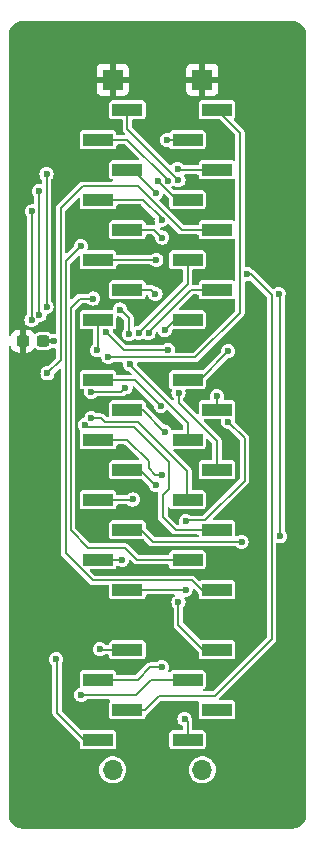
<source format=gbr>
%TF.GenerationSoftware,KiCad,Pcbnew,8.0.4+dfsg-1*%
%TF.CreationDate,2025-03-09T15:23:22+09:00*%
%TF.ProjectId,bionic-mc68hc08az0,62696f6e-6963-42d6-9d63-363868633038,2*%
%TF.SameCoordinates,Original*%
%TF.FileFunction,Copper,L2,Bot*%
%TF.FilePolarity,Positive*%
%FSLAX46Y46*%
G04 Gerber Fmt 4.6, Leading zero omitted, Abs format (unit mm)*
G04 Created by KiCad (PCBNEW 8.0.4+dfsg-1) date 2025-03-09 15:23:22*
%MOMM*%
%LPD*%
G01*
G04 APERTURE LIST*
G04 Aperture macros list*
%AMRoundRect*
0 Rectangle with rounded corners*
0 $1 Rounding radius*
0 $2 $3 $4 $5 $6 $7 $8 $9 X,Y pos of 4 corners*
0 Add a 4 corners polygon primitive as box body*
4,1,4,$2,$3,$4,$5,$6,$7,$8,$9,$2,$3,0*
0 Add four circle primitives for the rounded corners*
1,1,$1+$1,$2,$3*
1,1,$1+$1,$4,$5*
1,1,$1+$1,$6,$7*
1,1,$1+$1,$8,$9*
0 Add four rect primitives between the rounded corners*
20,1,$1+$1,$2,$3,$4,$5,0*
20,1,$1+$1,$4,$5,$6,$7,0*
20,1,$1+$1,$6,$7,$8,$9,0*
20,1,$1+$1,$8,$9,$2,$3,0*%
G04 Aperture macros list end*
%TA.AperFunction,ComponentPad*%
%ADD10O,1.700000X1.700000*%
%TD*%
%TA.AperFunction,SMDPad,CuDef*%
%ADD11R,2.510000X1.000000*%
%TD*%
%TA.AperFunction,ComponentPad*%
%ADD12R,1.700000X1.700000*%
%TD*%
%TA.AperFunction,SMDPad,CuDef*%
%ADD13RoundRect,0.237500X0.300000X0.237500X-0.300000X0.237500X-0.300000X-0.237500X0.300000X-0.237500X0*%
%TD*%
%TA.AperFunction,ViaPad*%
%ADD14C,0.600000*%
%TD*%
%TA.AperFunction,Conductor*%
%ADD15C,0.200000*%
%TD*%
%TA.AperFunction,Conductor*%
%ADD16C,0.300000*%
%TD*%
G04 APERTURE END LIST*
D10*
%TO.P,J2,25,VCC*%
%TO.N,VCC*%
X92689200Y-139700000D03*
D11*
%TO.P,J2,26,P57*%
%TO.N,Net-(J2-P57)*%
X91444600Y-137160000D03*
%TO.P,J2,27,P56*%
%TO.N,unconnected-(J2-P56-Pad27)*%
X93933800Y-134620000D03*
%TO.P,J2,28,P55*%
%TO.N,/P55*%
X91444600Y-132080000D03*
%TO.P,J2,29,P54*%
%TO.N,/P54*%
X93933800Y-129540000D03*
%TO.P,J2,31,P47*%
%TO.N,/P47*%
X93933800Y-124460000D03*
%TO.P,J2,32,P46*%
%TO.N,/P46*%
X91444600Y-121920000D03*
%TO.P,J2,33,P45*%
%TO.N,/P45*%
X93933800Y-119380000D03*
%TO.P,J2,34,P44*%
%TO.N,/P44*%
X91444600Y-116840000D03*
%TO.P,J2,35,P43*%
%TO.N,/P43*%
X93933800Y-114300000D03*
%TO.P,J2,36,P42*%
%TO.N,/P42*%
X91444600Y-111760000D03*
%TO.P,J2,37,P41*%
%TO.N,/P41*%
X93933800Y-109220000D03*
%TO.P,J2,38,P40*%
%TO.N,/P40*%
X91444600Y-106680000D03*
%TO.P,J2,40,P27*%
%TO.N,/P27*%
X91444600Y-101600000D03*
%TO.P,J2,41,P26*%
%TO.N,/P26*%
X93933800Y-99060000D03*
%TO.P,J2,42,P25*%
%TO.N,/P25*%
X91444600Y-96520000D03*
%TO.P,J2,43,P24*%
%TO.N,/P24*%
X93933800Y-93980000D03*
%TO.P,J2,44,P23*%
%TO.N,/P23*%
X91444600Y-91440000D03*
%TO.P,J2,45,P22*%
%TO.N,/P22*%
X93933800Y-88900000D03*
%TO.P,J2,46,P21*%
%TO.N,/P21*%
X91444600Y-86360000D03*
%TO.P,J2,47,P20*%
%TO.N,/P20*%
X93933800Y-83820000D03*
D12*
%TO.P,J2,48,GND*%
%TO.N,GND*%
X92689200Y-81280000D03*
%TD*%
D13*
%TO.P,C3,1*%
%TO.N,VCC*%
X79222600Y-103403400D03*
%TO.P,C3,2*%
%TO.N,GND*%
X77497600Y-103403400D03*
%TD*%
D12*
%TO.P,J1,1,GND*%
%TO.N,GND*%
X85110800Y-81280000D03*
D11*
%TO.P,J1,2,P10*%
%TO.N,/P10*%
X86355400Y-83820000D03*
%TO.P,J1,3,P11*%
%TO.N,/P11*%
X83866200Y-86360000D03*
%TO.P,J1,4,P12*%
%TO.N,/P12*%
X86355400Y-88900000D03*
%TO.P,J1,5,P13*%
%TO.N,/P13*%
X83866200Y-91440000D03*
%TO.P,J1,6,P14*%
%TO.N,/P14*%
X86355400Y-93980000D03*
%TO.P,J1,7,P15*%
%TO.N,/P15*%
X83866200Y-96520000D03*
%TO.P,J1,8,P16*%
%TO.N,/P16*%
X86355400Y-99060000D03*
%TO.P,J1,9,P17*%
%TO.N,/P17*%
X83866200Y-101600000D03*
%TO.P,J1,11,P30*%
%TO.N,/P30*%
X83866200Y-106680000D03*
%TO.P,J1,12,P31*%
%TO.N,/P31*%
X86355400Y-109220000D03*
%TO.P,J1,13,P32*%
%TO.N,/P32*%
X83866200Y-111760000D03*
%TO.P,J1,14,P33*%
%TO.N,/P33*%
X86355400Y-114300000D03*
%TO.P,J1,15,P34*%
%TO.N,/P34*%
X83866200Y-116840000D03*
%TO.P,J1,16,P35*%
%TO.N,/P35*%
X86355400Y-119380000D03*
%TO.P,J1,17,P36*%
%TO.N,/P36*%
X83866200Y-121920000D03*
%TO.P,J1,18,P37*%
%TO.N,/P37*%
X86355400Y-124460000D03*
%TO.P,J1,20,P50*%
%TO.N,/P50*%
X86355400Y-129540000D03*
%TO.P,J1,21,P51*%
%TO.N,/P51*%
X83866200Y-132080000D03*
%TO.P,J1,22,P52*%
%TO.N,/P52*%
X86355400Y-134620000D03*
%TO.P,J1,23,P53*%
%TO.N,/P53*%
X83866200Y-137160000D03*
D10*
%TO.P,J1,24,VCC*%
%TO.N,VCC*%
X85110800Y-139700000D03*
%TD*%
D14*
%TO.N,VCC*%
X80106728Y-103406420D03*
%TO.N,/P31*%
X89500000Y-111074200D03*
%TO.N,GND*%
X79044800Y-107467400D03*
X97002600Y-128320800D03*
X94005400Y-91414600D03*
X97028000Y-123037600D03*
X94056200Y-116078000D03*
X91490800Y-103378000D03*
X77139800Y-97129600D03*
X78562200Y-126288800D03*
X82753200Y-125222000D03*
X82804000Y-93472000D03*
X88900000Y-138633200D03*
X82727800Y-87884000D03*
X96520000Y-116865400D03*
X88188800Y-118160800D03*
X88950800Y-127076200D03*
X83007200Y-135102600D03*
X99060000Y-139674600D03*
X84175600Y-108737400D03*
X78714600Y-139649200D03*
%TO.N,/P53*%
X80314800Y-130352800D03*
%TO.N,/P36*%
X85902800Y-121920000D03*
X94894400Y-110236000D03*
X91300000Y-118654400D03*
%TO.N,/P15*%
X88800000Y-96518361D03*
%TO.N,/P11*%
X89749189Y-89815059D03*
%TO.N,/P17*%
X83769200Y-104175000D03*
%TO.N,/P35*%
X96012000Y-120396000D03*
%TO.N,/P34*%
X86817200Y-116814600D03*
%TO.N,/P37*%
X91271800Y-124460000D03*
%TO.N,/P51*%
X99152000Y-99415600D03*
X99288600Y-119938800D03*
X89255600Y-131013200D03*
%TO.N,/P50*%
X84023200Y-129489200D03*
%TO.N,/P12*%
X88747600Y-90906600D03*
%TO.N,/P33*%
X88773000Y-115595400D03*
%TO.N,/P16*%
X88722200Y-99415600D03*
%TO.N,/P30*%
X89179400Y-108889800D03*
%TO.N,/P10*%
X90675983Y-89791017D03*
%TO.N,/P13*%
X89250435Y-93146965D03*
%TO.N,/P52*%
X96485000Y-97735000D03*
%TO.N,/P47*%
X82397600Y-95377000D03*
%TO.N,/P14*%
X89300000Y-94640400D03*
%TO.N,/P32*%
X89255600Y-114757200D03*
%TO.N,/P45*%
X82766171Y-110510000D03*
%TO.N,/P22*%
X78905819Y-101194156D03*
X90594265Y-88856735D03*
X78867000Y-90728800D03*
%TO.N,/P23*%
X78267000Y-92430600D03*
X88900000Y-89814400D03*
X78232000Y-101625400D03*
%TO.N,Net-(J2-P57)*%
X91186000Y-135382000D03*
%TO.N,/P27*%
X89509600Y-102463600D03*
%TO.N,/P55*%
X82423000Y-133350000D03*
%TO.N,/P54*%
X90671800Y-125526800D03*
%TO.N,/P26*%
X88138000Y-102717600D03*
%TO.N,/P44*%
X83311268Y-109924446D03*
%TO.N,/P40*%
X94886000Y-104258600D03*
%TO.N,/P25*%
X87300000Y-102707071D03*
X83286600Y-107696000D03*
X86182200Y-107340400D03*
%TO.N,/P41*%
X93926300Y-108079900D03*
%TO.N,/P42*%
X86563200Y-105375000D03*
X85699600Y-100736400D03*
X86487000Y-102819200D03*
%TO.N,/P21*%
X79502000Y-89255600D03*
X89712800Y-86385400D03*
X79504449Y-100510000D03*
%TO.N,/P43*%
X84505800Y-102600002D03*
X89789000Y-104140000D03*
X90678000Y-107772200D03*
%TO.N,/P46*%
X83448600Y-99805857D03*
%TO.N,/P24*%
X79582191Y-106141593D03*
%TO.N,/P20*%
X84750000Y-104775000D03*
%TD*%
D15*
%TO.N,Net-(J2-P57)*%
X91186000Y-135382000D02*
X91444600Y-135640600D01*
X91444600Y-135640600D02*
X91444600Y-137160000D01*
D16*
%TO.N,VCC*%
X79225620Y-103406420D02*
X79222600Y-103403400D01*
X80106728Y-103406420D02*
X79225620Y-103406420D01*
D15*
%TO.N,/P31*%
X87630000Y-109220000D02*
X86355400Y-109220000D01*
X89500000Y-111074200D02*
X89484200Y-111074200D01*
X89484200Y-111074200D02*
X87630000Y-109220000D01*
%TO.N,/P53*%
X80314800Y-130352800D02*
X80391000Y-130429000D01*
X80391000Y-134874000D02*
X82677000Y-137160000D01*
X80391000Y-130429000D02*
X80391000Y-134874000D01*
X82677000Y-137160000D02*
X83866200Y-137160000D01*
%TO.N,/P36*%
X92900400Y-118580000D02*
X96266000Y-115214400D01*
X85902800Y-121920000D02*
X83866200Y-121920000D01*
X91300000Y-118654400D02*
X91374400Y-118580000D01*
X96266000Y-111607600D02*
X94894400Y-110236000D01*
X96266000Y-115214400D02*
X96266000Y-111607600D01*
X91374400Y-118580000D02*
X92900400Y-118580000D01*
%TO.N,/P15*%
X86542039Y-96518361D02*
X86540400Y-96520000D01*
X88800000Y-96518361D02*
X86542039Y-96518361D01*
X86540400Y-96520000D02*
X83866200Y-96520000D01*
%TO.N,/P11*%
X86334600Y-86360000D02*
X83866200Y-86360000D01*
X89749189Y-89815059D02*
X89749189Y-89774589D01*
X89749189Y-89774589D02*
X86334600Y-86360000D01*
%TO.N,/P17*%
X83866200Y-104078000D02*
X83866200Y-101600000D01*
X83769200Y-104175000D02*
X83866200Y-104078000D01*
%TO.N,/P35*%
X88519000Y-120396000D02*
X87503000Y-119380000D01*
X96012000Y-120396000D02*
X88519000Y-120396000D01*
X87503000Y-119380000D02*
X86355400Y-119380000D01*
%TO.N,/P34*%
X86791800Y-116840000D02*
X83866200Y-116840000D01*
X86817200Y-116814600D02*
X86791800Y-116840000D01*
%TO.N,/P37*%
X91271800Y-124460000D02*
X86355400Y-124460000D01*
%TO.N,/P51*%
X87223600Y-132080000D02*
X83866200Y-132080000D01*
X99288600Y-119938800D02*
X99288600Y-99552200D01*
X88290400Y-131013200D02*
X87223600Y-132080000D01*
X99288600Y-99552200D02*
X99152000Y-99415600D01*
X89255600Y-131013200D02*
X88290400Y-131013200D01*
%TO.N,/P50*%
X84023200Y-129489200D02*
X84074000Y-129540000D01*
X84074000Y-129540000D02*
X86355400Y-129540000D01*
%TO.N,/P12*%
X88747600Y-90906600D02*
X88747600Y-90855800D01*
X86791800Y-88900000D02*
X86355400Y-88900000D01*
X88747600Y-90855800D02*
X86791800Y-88900000D01*
%TO.N,/P33*%
X87376000Y-114300000D02*
X86355400Y-114300000D01*
X88773000Y-115595400D02*
X88671400Y-115595400D01*
X88671400Y-115595400D02*
X87376000Y-114300000D01*
%TO.N,/P16*%
X88366600Y-99060000D02*
X86355400Y-99060000D01*
X88722200Y-99415600D02*
X88366600Y-99060000D01*
%TO.N,/P30*%
X86969600Y-106680000D02*
X83866200Y-106680000D01*
X89179400Y-108889800D02*
X86969600Y-106680000D01*
%TO.N,/P10*%
X86355400Y-85466400D02*
X86355400Y-83820000D01*
X90675983Y-89786983D02*
X86355400Y-85466400D01*
X90675983Y-89791017D02*
X90675983Y-89786983D01*
%TO.N,/P13*%
X87680800Y-91440000D02*
X83866200Y-91440000D01*
X89250435Y-93146965D02*
X89250435Y-93009635D01*
X89250435Y-93009635D02*
X87680800Y-91440000D01*
%TO.N,/P52*%
X98552000Y-128651000D02*
X93740600Y-133462400D01*
X87833200Y-134620000D02*
X86355400Y-134620000D01*
X88990800Y-133462400D02*
X87833200Y-134620000D01*
X96820600Y-97735000D02*
X98552000Y-99466400D01*
X93740600Y-133462400D02*
X88990800Y-133462400D01*
X96485000Y-97735000D02*
X96820600Y-97735000D01*
X98552000Y-99466400D02*
X98552000Y-128651000D01*
%TO.N,/P47*%
X81127600Y-121386600D02*
X83401000Y-123660000D01*
X81127600Y-96647000D02*
X81127600Y-121386600D01*
X92633800Y-124460000D02*
X93933800Y-124460000D01*
X82397600Y-95377000D02*
X81127600Y-96647000D01*
X91833800Y-123660000D02*
X92633800Y-124460000D01*
X83401000Y-123660000D02*
X91833800Y-123660000D01*
%TO.N,/P14*%
X88639600Y-93980000D02*
X86355400Y-93980000D01*
X89300000Y-94640400D02*
X88639600Y-93980000D01*
%TO.N,/P32*%
X89255600Y-114757200D02*
X88722200Y-114757200D01*
X86309200Y-111760000D02*
X83866200Y-111760000D01*
X88722200Y-114757200D02*
X88138000Y-114173000D01*
X88138000Y-113588800D02*
X86309200Y-111760000D01*
X88138000Y-114173000D02*
X88138000Y-113588800D01*
%TO.N,/P45*%
X82766171Y-110510000D02*
X82923971Y-110667800D01*
X86893400Y-110667800D02*
X89855600Y-113630000D01*
X82923971Y-110667800D02*
X86893400Y-110667800D01*
X89855600Y-115950271D02*
X89357200Y-116448671D01*
X89855600Y-113630000D02*
X89855600Y-115950271D01*
X89357200Y-118313200D02*
X90424000Y-119380000D01*
X89357200Y-116448671D02*
X89357200Y-118313200D01*
X90424000Y-119380000D02*
X93933800Y-119380000D01*
%TO.N,/P22*%
X90594265Y-88856735D02*
X90637530Y-88900000D01*
X78867000Y-101155337D02*
X78867000Y-90728800D01*
X78905819Y-101194156D02*
X78867000Y-101155337D01*
X90637530Y-88900000D02*
X93933800Y-88900000D01*
%TO.N,/P23*%
X78232000Y-101625400D02*
X78232000Y-92465600D01*
X90525600Y-91440000D02*
X91444600Y-91440000D01*
X78232000Y-92465600D02*
X78267000Y-92430600D01*
X88900000Y-89814400D02*
X90525600Y-91440000D01*
%TO.N,/P27*%
X90373200Y-101600000D02*
X91444600Y-101600000D01*
X89509600Y-102463600D02*
X90373200Y-101600000D01*
%TO.N,/P55*%
X87071200Y-133350000D02*
X88341200Y-132080000D01*
X82423000Y-133350000D02*
X87071200Y-133350000D01*
X88341200Y-132080000D02*
X91444600Y-132080000D01*
%TO.N,/P54*%
X90671800Y-127451000D02*
X92760800Y-129540000D01*
X90671800Y-125526800D02*
X90671800Y-127451000D01*
X92760800Y-129540000D02*
X93933800Y-129540000D01*
%TO.N,/P26*%
X91744800Y-99060000D02*
X93933800Y-99060000D01*
X88138000Y-102717600D02*
X88138000Y-102666800D01*
X88138000Y-102666800D02*
X91744800Y-99060000D01*
%TO.N,/P44*%
X91389200Y-116784600D02*
X91444600Y-116840000D01*
X91389200Y-114427000D02*
X91389200Y-116784600D01*
X84436000Y-110267800D02*
X87230000Y-110267800D01*
X84092646Y-109924446D02*
X84436000Y-110267800D01*
X87230000Y-110267800D02*
X91389200Y-114427000D01*
X83311268Y-109924446D02*
X84092646Y-109924446D01*
%TO.N,/P40*%
X92456000Y-106680000D02*
X91444600Y-106680000D01*
X94877400Y-104258600D02*
X92456000Y-106680000D01*
X94886000Y-104258600D02*
X94877400Y-104258600D01*
%TO.N,/P25*%
X83286600Y-107696000D02*
X85826600Y-107696000D01*
X91444600Y-98562471D02*
X91444600Y-96520000D01*
X87300000Y-102707071D02*
X91444600Y-98562471D01*
X85826600Y-107696000D02*
X86182200Y-107340400D01*
%TO.N,/P41*%
X93933800Y-108087400D02*
X93933800Y-109220000D01*
X93926300Y-108079900D02*
X93933800Y-108087400D01*
%TO.N,/P42*%
X91444600Y-110306471D02*
X91444600Y-111760000D01*
X86487000Y-101447600D02*
X86487000Y-102819200D01*
X85775800Y-100736400D02*
X86487000Y-101447600D01*
X86563200Y-105425071D02*
X91444600Y-110306471D01*
X86563200Y-105375000D02*
X86563200Y-105425071D01*
X85699600Y-100736400D02*
X85775800Y-100736400D01*
%TO.N,/P21*%
X89712800Y-86385400D02*
X91419200Y-86385400D01*
X79502000Y-89255600D02*
X79502000Y-100507551D01*
X91419200Y-86385400D02*
X91444600Y-86360000D01*
X79502000Y-100507551D02*
X79504449Y-100510000D01*
%TO.N,/P43*%
X90678000Y-108610400D02*
X93933800Y-111866200D01*
X84505800Y-102600002D02*
X86045798Y-104140000D01*
X90678000Y-107772200D02*
X90678000Y-108610400D01*
X93933800Y-111866200D02*
X93933800Y-114300000D01*
X86045798Y-104140000D02*
X89789000Y-104140000D01*
%TO.N,/P46*%
X81534000Y-119430800D02*
X83032600Y-120929400D01*
X83032600Y-120929400D02*
X86182200Y-120929400D01*
X81534000Y-100584000D02*
X81534000Y-119430800D01*
X87172800Y-121920000D02*
X91444600Y-121920000D01*
X83448600Y-99805857D02*
X82312143Y-99805857D01*
X86182200Y-120929400D02*
X87172800Y-121920000D01*
X82312143Y-99805857D02*
X81534000Y-100584000D01*
%TO.N,/P24*%
X90931999Y-93980000D02*
X93933800Y-93980000D01*
X79582191Y-106141593D02*
X80706728Y-105017056D01*
X80706728Y-92165672D02*
X82575400Y-90297000D01*
X80706728Y-105017056D02*
X80706728Y-92165672D01*
X82575400Y-90297000D02*
X87248999Y-90297000D01*
X87248999Y-90297000D02*
X90931999Y-93980000D01*
%TO.N,/P20*%
X95885000Y-85771200D02*
X93933800Y-83820000D01*
X95885000Y-100990400D02*
X95885000Y-85771200D01*
X84750000Y-104775000D02*
X92100400Y-104775000D01*
X92100400Y-104775000D02*
X95885000Y-100990400D01*
%TD*%
%TA.AperFunction,Conductor*%
%TO.N,GND*%
G36*
X94262392Y-110039406D02*
G01*
X94298356Y-110088906D01*
X94302354Y-110132421D01*
X94288718Y-110235999D01*
X94288718Y-110236000D01*
X94309355Y-110392758D01*
X94309357Y-110392766D01*
X94369862Y-110538838D01*
X94369862Y-110538839D01*
X94466113Y-110664276D01*
X94466118Y-110664282D01*
X94591559Y-110760536D01*
X94591560Y-110760536D01*
X94591561Y-110760537D01*
X94663891Y-110790497D01*
X94737638Y-110821044D01*
X94894400Y-110841682D01*
X94900833Y-110842529D01*
X94900605Y-110844256D01*
X94950872Y-110860589D01*
X94962685Y-110870678D01*
X95836504Y-111744497D01*
X95864281Y-111799014D01*
X95865500Y-111814501D01*
X95865500Y-115007499D01*
X95846593Y-115065690D01*
X95836504Y-115077503D01*
X92763503Y-118150504D01*
X92708986Y-118178281D01*
X92693499Y-118179500D01*
X91701133Y-118179500D01*
X91642942Y-118160593D01*
X91640923Y-118159085D01*
X91602841Y-118129864D01*
X91602838Y-118129863D01*
X91602836Y-118129861D01*
X91456766Y-118069357D01*
X91456758Y-118069355D01*
X91300001Y-118048718D01*
X91299999Y-118048718D01*
X91143241Y-118069355D01*
X91143233Y-118069357D01*
X90997161Y-118129862D01*
X90997160Y-118129862D01*
X90871723Y-118226113D01*
X90871713Y-118226123D01*
X90775462Y-118351560D01*
X90775462Y-118351561D01*
X90714957Y-118497633D01*
X90714955Y-118497641D01*
X90703795Y-118582414D01*
X90694318Y-118654400D01*
X90714956Y-118811162D01*
X90724888Y-118835139D01*
X90727984Y-118842614D01*
X90732785Y-118903611D01*
X90700815Y-118955780D01*
X90644287Y-118979195D01*
X90636520Y-118979500D01*
X90630901Y-118979500D01*
X90572710Y-118960593D01*
X90560897Y-118950504D01*
X89786696Y-118176303D01*
X89758919Y-118121786D01*
X89757700Y-118106299D01*
X89757700Y-117570144D01*
X89776607Y-117511953D01*
X89826107Y-117475989D01*
X89887293Y-117475989D01*
X89930097Y-117507088D01*
X89930908Y-117506278D01*
X89936025Y-117511395D01*
X89936793Y-117511953D01*
X89937296Y-117512666D01*
X89937393Y-117512763D01*
X89937394Y-117512765D01*
X90016835Y-117592206D01*
X90119609Y-117637585D01*
X90144735Y-117640500D01*
X92744464Y-117640499D01*
X92769591Y-117637585D01*
X92872365Y-117592206D01*
X92951806Y-117512765D01*
X92997185Y-117409991D01*
X93000100Y-117384865D01*
X93000099Y-116295136D01*
X92997185Y-116270009D01*
X92951806Y-116167235D01*
X92872365Y-116087794D01*
X92769591Y-116042415D01*
X92769590Y-116042414D01*
X92769588Y-116042414D01*
X92744469Y-116039500D01*
X92744465Y-116039500D01*
X91888700Y-116039500D01*
X91830509Y-116020593D01*
X91794545Y-115971093D01*
X91789700Y-115940500D01*
X91789700Y-114374274D01*
X91789700Y-114374273D01*
X91762407Y-114272413D01*
X91762407Y-114272412D01*
X91762407Y-114272411D01*
X91709683Y-114181091D01*
X91709682Y-114181090D01*
X91709681Y-114181089D01*
X91709680Y-114181087D01*
X90258096Y-112729503D01*
X90230319Y-112674986D01*
X90239890Y-112614554D01*
X90283155Y-112571289D01*
X90328096Y-112560499D01*
X92744464Y-112560499D01*
X92769591Y-112557585D01*
X92872365Y-112512206D01*
X92951806Y-112432765D01*
X92997185Y-112329991D01*
X93000100Y-112304865D01*
X93000099Y-111737898D01*
X93019006Y-111679708D01*
X93068506Y-111643744D01*
X93129692Y-111643744D01*
X93169103Y-111667895D01*
X93504304Y-112003096D01*
X93532081Y-112057613D01*
X93533300Y-112073100D01*
X93533300Y-113400500D01*
X93514393Y-113458691D01*
X93464893Y-113494655D01*
X93434300Y-113499500D01*
X92633939Y-113499500D01*
X92633936Y-113499501D01*
X92608809Y-113502414D01*
X92506035Y-113547794D01*
X92426594Y-113627235D01*
X92381214Y-113730011D01*
X92378300Y-113755130D01*
X92378300Y-114844860D01*
X92378301Y-114844863D01*
X92381214Y-114869990D01*
X92406556Y-114927385D01*
X92426594Y-114972765D01*
X92506035Y-115052206D01*
X92608809Y-115097585D01*
X92633935Y-115100500D01*
X95233664Y-115100499D01*
X95258791Y-115097585D01*
X95361565Y-115052206D01*
X95441006Y-114972765D01*
X95486385Y-114869991D01*
X95489300Y-114844865D01*
X95489299Y-113755136D01*
X95486385Y-113730009D01*
X95441006Y-113627235D01*
X95361565Y-113547794D01*
X95258791Y-113502415D01*
X95258790Y-113502414D01*
X95258788Y-113502414D01*
X95233669Y-113499500D01*
X95233665Y-113499500D01*
X94433300Y-113499500D01*
X94375109Y-113480593D01*
X94339145Y-113431093D01*
X94334300Y-113400500D01*
X94334300Y-111926914D01*
X94334301Y-111926901D01*
X94334301Y-111813476D01*
X94334301Y-111813474D01*
X94307007Y-111711613D01*
X94277397Y-111660327D01*
X94277397Y-111660326D01*
X94265838Y-111640307D01*
X94254280Y-111620287D01*
X94179713Y-111545720D01*
X94179710Y-111545718D01*
X93504670Y-110870678D01*
X92823496Y-110189503D01*
X92795719Y-110134986D01*
X92805290Y-110074554D01*
X92848555Y-110031289D01*
X92893500Y-110020499D01*
X94204201Y-110020499D01*
X94262392Y-110039406D01*
G37*
%TD.AperFunction*%
%TA.AperFunction,Conductor*%
G36*
X92337492Y-99479407D02*
G01*
X92373456Y-99528907D01*
X92378301Y-99559500D01*
X92378301Y-99604863D01*
X92381214Y-99629990D01*
X92400338Y-99673301D01*
X92426594Y-99732765D01*
X92506035Y-99812206D01*
X92608809Y-99857585D01*
X92633935Y-99860500D01*
X95233664Y-99860499D01*
X95258791Y-99857585D01*
X95345512Y-99819293D01*
X95406381Y-99813085D01*
X95459275Y-99843841D01*
X95483989Y-99899812D01*
X95484500Y-99909858D01*
X95484500Y-100783499D01*
X95465593Y-100841690D01*
X95455504Y-100853503D01*
X91963503Y-104345504D01*
X91908986Y-104373281D01*
X91893499Y-104374500D01*
X90476697Y-104374500D01*
X90418506Y-104355593D01*
X90382542Y-104306093D01*
X90378544Y-104262578D01*
X90378802Y-104260623D01*
X90394682Y-104140000D01*
X90374044Y-103983238D01*
X90374042Y-103983233D01*
X90313537Y-103837161D01*
X90313537Y-103837160D01*
X90217286Y-103711723D01*
X90217285Y-103711722D01*
X90217282Y-103711718D01*
X90217277Y-103711714D01*
X90217276Y-103711713D01*
X90091838Y-103615462D01*
X89945766Y-103554957D01*
X89945758Y-103554955D01*
X89789001Y-103534318D01*
X89788999Y-103534318D01*
X89632241Y-103554955D01*
X89632233Y-103554957D01*
X89486161Y-103615462D01*
X89486160Y-103615462D01*
X89355570Y-103715668D01*
X89354509Y-103714286D01*
X89307416Y-103738281D01*
X89291929Y-103739500D01*
X86252699Y-103739500D01*
X86194508Y-103720593D01*
X86182695Y-103710504D01*
X85140478Y-102668287D01*
X85112701Y-102613770D01*
X85111818Y-102602559D01*
X85111481Y-102600004D01*
X85111482Y-102600002D01*
X85099555Y-102509411D01*
X85110705Y-102449254D01*
X85155087Y-102407136D01*
X85186303Y-102398151D01*
X85191191Y-102397585D01*
X85293965Y-102352206D01*
X85373406Y-102272765D01*
X85418785Y-102169991D01*
X85421700Y-102144865D01*
X85421699Y-101418003D01*
X85440606Y-101359813D01*
X85490106Y-101323849D01*
X85536135Y-101322644D01*
X85536405Y-101320597D01*
X85542837Y-101321443D01*
X85542838Y-101321444D01*
X85699600Y-101342082D01*
X85753250Y-101335018D01*
X85813408Y-101346167D01*
X85836174Y-101363167D01*
X86057503Y-101584495D01*
X86085281Y-101639012D01*
X86086500Y-101654499D01*
X86086500Y-102322129D01*
X86067593Y-102380320D01*
X86060276Y-102388887D01*
X85962462Y-102516360D01*
X85962462Y-102516361D01*
X85901957Y-102662433D01*
X85901955Y-102662441D01*
X85881318Y-102819199D01*
X85881318Y-102819200D01*
X85901955Y-102975958D01*
X85901957Y-102975966D01*
X85962462Y-103122038D01*
X85962462Y-103122039D01*
X86058713Y-103247476D01*
X86058718Y-103247482D01*
X86184159Y-103343736D01*
X86184160Y-103343736D01*
X86184161Y-103343737D01*
X86330233Y-103404242D01*
X86330238Y-103404244D01*
X86447809Y-103419722D01*
X86486999Y-103424882D01*
X86487000Y-103424882D01*
X86487001Y-103424882D01*
X86518352Y-103420754D01*
X86643762Y-103404244D01*
X86789841Y-103343736D01*
X86912077Y-103249940D01*
X86969750Y-103229518D01*
X87010226Y-103237019D01*
X87143238Y-103292115D01*
X87260809Y-103307593D01*
X87299999Y-103312753D01*
X87300000Y-103312753D01*
X87300001Y-103312753D01*
X87331352Y-103308625D01*
X87456762Y-103292115D01*
X87602841Y-103231607D01*
X87630690Y-103210237D01*
X87651871Y-103193985D01*
X87709547Y-103173560D01*
X87768212Y-103190937D01*
X87772395Y-103193975D01*
X87835159Y-103242136D01*
X87835160Y-103242136D01*
X87835161Y-103242137D01*
X87955814Y-103292113D01*
X87981238Y-103302644D01*
X88098809Y-103318122D01*
X88137999Y-103323282D01*
X88138000Y-103323282D01*
X88138001Y-103323282D01*
X88169352Y-103319154D01*
X88294762Y-103302644D01*
X88440841Y-103242136D01*
X88566282Y-103145882D01*
X88662536Y-103020441D01*
X88723044Y-102874362D01*
X88743682Y-102717600D01*
X88739573Y-102686394D01*
X88750722Y-102626236D01*
X88767719Y-102603472D01*
X88768906Y-102602285D01*
X88823421Y-102574510D01*
X88883853Y-102584081D01*
X88927118Y-102627346D01*
X88930372Y-102634405D01*
X88976867Y-102746652D01*
X88985064Y-102766441D01*
X89022688Y-102815474D01*
X89067877Y-102874366D01*
X89081318Y-102891882D01*
X89206759Y-102988136D01*
X89206760Y-102988136D01*
X89206761Y-102988137D01*
X89284743Y-103020438D01*
X89352838Y-103048644D01*
X89470409Y-103064122D01*
X89509599Y-103069282D01*
X89509600Y-103069282D01*
X89509601Y-103069282D01*
X89540952Y-103065154D01*
X89666362Y-103048644D01*
X89812441Y-102988136D01*
X89937882Y-102891882D01*
X90034136Y-102766441D01*
X90094644Y-102620362D01*
X90112257Y-102486575D01*
X90138596Y-102431352D01*
X90192367Y-102402157D01*
X90210398Y-102400499D01*
X92744464Y-102400499D01*
X92769591Y-102397585D01*
X92872365Y-102352206D01*
X92951806Y-102272765D01*
X92997185Y-102169991D01*
X93000100Y-102144865D01*
X93000099Y-101055136D01*
X92997185Y-101030009D01*
X92951806Y-100927235D01*
X92872365Y-100847794D01*
X92769591Y-100802415D01*
X92769590Y-100802414D01*
X92769588Y-100802414D01*
X92744469Y-100799500D01*
X92744465Y-100799500D01*
X90810700Y-100799500D01*
X90752509Y-100780593D01*
X90716545Y-100731093D01*
X90716545Y-100669907D01*
X90740696Y-100630496D01*
X91262495Y-100108698D01*
X91881697Y-99489496D01*
X91936214Y-99461719D01*
X91951701Y-99460500D01*
X92279301Y-99460500D01*
X92337492Y-99479407D01*
G37*
%TD.AperFunction*%
%TA.AperFunction,Conductor*%
G36*
X92337492Y-89319407D02*
G01*
X92373456Y-89368907D01*
X92378301Y-89399500D01*
X92378301Y-89444863D01*
X92381214Y-89469990D01*
X92389245Y-89488178D01*
X92426594Y-89572765D01*
X92506035Y-89652206D01*
X92608809Y-89697585D01*
X92633935Y-89700500D01*
X95233664Y-89700499D01*
X95258791Y-89697585D01*
X95345512Y-89659293D01*
X95406381Y-89653085D01*
X95459275Y-89683841D01*
X95483989Y-89739812D01*
X95484500Y-89749858D01*
X95484500Y-93130141D01*
X95465593Y-93188332D01*
X95416093Y-93224296D01*
X95354907Y-93224296D01*
X95345513Y-93220706D01*
X95305761Y-93203154D01*
X95258791Y-93182415D01*
X95258789Y-93182414D01*
X95258788Y-93182414D01*
X95233668Y-93179500D01*
X92633939Y-93179500D01*
X92633936Y-93179501D01*
X92608809Y-93182414D01*
X92506035Y-93227794D01*
X92426594Y-93307235D01*
X92381214Y-93410011D01*
X92378300Y-93435130D01*
X92378300Y-93480500D01*
X92359393Y-93538691D01*
X92309893Y-93574655D01*
X92279300Y-93579500D01*
X91138899Y-93579500D01*
X91080708Y-93560593D01*
X91068895Y-93550504D01*
X89073165Y-91554773D01*
X89045388Y-91500256D01*
X89054959Y-91439824D01*
X89082900Y-91406229D01*
X89175882Y-91334882D01*
X89272136Y-91209441D01*
X89332644Y-91063362D01*
X89335516Y-91041544D01*
X89361853Y-90986324D01*
X89415623Y-90957126D01*
X89476285Y-90965110D01*
X89503672Y-90984464D01*
X89860104Y-91340896D01*
X89887881Y-91395413D01*
X89889100Y-91410900D01*
X89889100Y-91984860D01*
X89889101Y-91984863D01*
X89892014Y-92009990D01*
X89917356Y-92067385D01*
X89937394Y-92112765D01*
X90016835Y-92192206D01*
X90119609Y-92237585D01*
X90144735Y-92240500D01*
X92744464Y-92240499D01*
X92769591Y-92237585D01*
X92872365Y-92192206D01*
X92951806Y-92112765D01*
X92997185Y-92009991D01*
X93000100Y-91984865D01*
X93000099Y-90895136D01*
X92997185Y-90870009D01*
X92951806Y-90767235D01*
X92872365Y-90687794D01*
X92769591Y-90642415D01*
X92769590Y-90642414D01*
X92769588Y-90642414D01*
X92744469Y-90639500D01*
X92744465Y-90639500D01*
X90332500Y-90639500D01*
X90274309Y-90620593D01*
X90262502Y-90610509D01*
X90097652Y-90445660D01*
X90069876Y-90391144D01*
X90079447Y-90330712D01*
X90107387Y-90297117D01*
X90167987Y-90250618D01*
X90225661Y-90230195D01*
X90284326Y-90247573D01*
X90288485Y-90250593D01*
X90373142Y-90315553D01*
X90373145Y-90315554D01*
X90373146Y-90315555D01*
X90431184Y-90339595D01*
X90519221Y-90376061D01*
X90633788Y-90391144D01*
X90675982Y-90396699D01*
X90675983Y-90396699D01*
X90675984Y-90396699D01*
X90707335Y-90392571D01*
X90832745Y-90376061D01*
X90978824Y-90315553D01*
X91104265Y-90219299D01*
X91200519Y-90093858D01*
X91261027Y-89947779D01*
X91281665Y-89791017D01*
X91261027Y-89634255D01*
X91200520Y-89488178D01*
X91200520Y-89488177D01*
X91178720Y-89459767D01*
X91158296Y-89402091D01*
X91175674Y-89343425D01*
X91224215Y-89306178D01*
X91257262Y-89300500D01*
X92279301Y-89300500D01*
X92337492Y-89319407D01*
G37*
%TD.AperFunction*%
%TA.AperFunction,Conductor*%
G36*
X100334309Y-76300877D02*
G01*
X100524457Y-76317512D01*
X100541437Y-76320505D01*
X100721635Y-76368789D01*
X100737839Y-76374687D01*
X100906902Y-76453523D01*
X100921842Y-76462149D01*
X101074641Y-76569140D01*
X101087861Y-76580232D01*
X101219767Y-76712138D01*
X101230859Y-76725358D01*
X101337850Y-76878157D01*
X101346478Y-76893101D01*
X101425308Y-77062151D01*
X101431211Y-77078368D01*
X101479492Y-77258555D01*
X101482488Y-77275550D01*
X101499123Y-77465690D01*
X101499500Y-77474318D01*
X101499500Y-143505681D01*
X101499123Y-143514309D01*
X101482488Y-143704449D01*
X101479492Y-143721444D01*
X101431211Y-143901631D01*
X101425308Y-143917848D01*
X101346478Y-144086898D01*
X101337850Y-144101842D01*
X101230859Y-144254641D01*
X101219767Y-144267861D01*
X101087861Y-144399767D01*
X101074641Y-144410859D01*
X100921842Y-144517850D01*
X100906898Y-144526478D01*
X100737848Y-144605308D01*
X100721631Y-144611211D01*
X100541444Y-144659492D01*
X100524449Y-144662488D01*
X100334309Y-144679123D01*
X100325681Y-144679500D01*
X77474319Y-144679500D01*
X77465691Y-144679123D01*
X77275550Y-144662488D01*
X77258555Y-144659492D01*
X77078368Y-144611211D01*
X77062154Y-144605309D01*
X76893100Y-144526477D01*
X76878157Y-144517850D01*
X76725358Y-144410859D01*
X76712138Y-144399767D01*
X76580232Y-144267861D01*
X76569140Y-144254641D01*
X76462149Y-144101842D01*
X76453523Y-144086902D01*
X76374687Y-143917839D01*
X76368788Y-143901631D01*
X76349843Y-143830926D01*
X76320505Y-143721437D01*
X76317512Y-143704457D01*
X76300877Y-143514309D01*
X76300500Y-143505681D01*
X76300500Y-139700000D01*
X83955371Y-139700000D01*
X83975044Y-139912310D01*
X84033395Y-140117389D01*
X84128434Y-140308255D01*
X84256928Y-140478407D01*
X84256935Y-140478413D01*
X84414492Y-140622047D01*
X84414499Y-140622053D01*
X84518189Y-140686255D01*
X84595781Y-140734298D01*
X84794602Y-140811321D01*
X85004190Y-140850500D01*
X85217410Y-140850500D01*
X85426998Y-140811321D01*
X85625819Y-140734298D01*
X85807102Y-140622052D01*
X85964672Y-140478407D01*
X86093166Y-140308255D01*
X86188205Y-140117389D01*
X86246556Y-139912310D01*
X86266229Y-139700000D01*
X91533771Y-139700000D01*
X91553444Y-139912310D01*
X91611795Y-140117389D01*
X91706834Y-140308255D01*
X91835328Y-140478407D01*
X91835335Y-140478413D01*
X91992892Y-140622047D01*
X91992899Y-140622053D01*
X92096589Y-140686255D01*
X92174181Y-140734298D01*
X92373002Y-140811321D01*
X92582590Y-140850500D01*
X92795810Y-140850500D01*
X93005398Y-140811321D01*
X93204219Y-140734298D01*
X93385502Y-140622052D01*
X93543072Y-140478407D01*
X93671566Y-140308255D01*
X93766605Y-140117389D01*
X93824956Y-139912310D01*
X93844629Y-139700000D01*
X93824956Y-139487690D01*
X93766605Y-139282611D01*
X93671566Y-139091745D01*
X93543072Y-138921593D01*
X93488823Y-138872139D01*
X93385507Y-138777952D01*
X93385500Y-138777946D01*
X93204224Y-138665705D01*
X93204219Y-138665702D01*
X93005395Y-138588678D01*
X92795810Y-138549500D01*
X92582590Y-138549500D01*
X92373004Y-138588678D01*
X92174180Y-138665702D01*
X92174175Y-138665705D01*
X91992899Y-138777946D01*
X91992892Y-138777952D01*
X91835335Y-138921586D01*
X91835331Y-138921589D01*
X91835328Y-138921593D01*
X91835325Y-138921597D01*
X91706835Y-139091743D01*
X91706830Y-139091752D01*
X91611796Y-139282608D01*
X91553444Y-139487688D01*
X91553444Y-139487690D01*
X91533771Y-139700000D01*
X86266229Y-139700000D01*
X86246556Y-139487690D01*
X86188205Y-139282611D01*
X86093166Y-139091745D01*
X85964672Y-138921593D01*
X85910423Y-138872139D01*
X85807107Y-138777952D01*
X85807100Y-138777946D01*
X85625824Y-138665705D01*
X85625819Y-138665702D01*
X85426995Y-138588678D01*
X85217410Y-138549500D01*
X85004190Y-138549500D01*
X84794604Y-138588678D01*
X84595780Y-138665702D01*
X84595775Y-138665705D01*
X84414499Y-138777946D01*
X84414492Y-138777952D01*
X84256935Y-138921586D01*
X84256931Y-138921589D01*
X84256928Y-138921593D01*
X84256925Y-138921597D01*
X84128435Y-139091743D01*
X84128430Y-139091752D01*
X84033396Y-139282608D01*
X83975044Y-139487688D01*
X83975044Y-139487690D01*
X83955371Y-139700000D01*
X76300500Y-139700000D01*
X76300500Y-130352799D01*
X79709118Y-130352799D01*
X79709118Y-130352800D01*
X79729755Y-130509558D01*
X79729757Y-130509566D01*
X79790262Y-130655638D01*
X79790262Y-130655639D01*
X79886513Y-130781076D01*
X79886518Y-130781082D01*
X79951767Y-130831148D01*
X79986423Y-130881571D01*
X79990500Y-130909690D01*
X79990500Y-134821273D01*
X79990500Y-134926727D01*
X80013833Y-135013808D01*
X80017794Y-135028592D01*
X80070516Y-135119908D01*
X80070517Y-135119909D01*
X80070518Y-135119910D01*
X80070520Y-135119913D01*
X81211107Y-136260500D01*
X82281704Y-137331097D01*
X82309481Y-137385614D01*
X82310700Y-137401101D01*
X82310700Y-137704859D01*
X82310701Y-137704864D01*
X82313614Y-137729990D01*
X82338956Y-137787385D01*
X82358994Y-137832765D01*
X82438435Y-137912206D01*
X82541209Y-137957585D01*
X82566335Y-137960500D01*
X85166064Y-137960499D01*
X85191191Y-137957585D01*
X85293965Y-137912206D01*
X85373406Y-137832765D01*
X85418785Y-137729991D01*
X85421700Y-137704865D01*
X85421699Y-136615136D01*
X85421698Y-136615130D01*
X89889100Y-136615130D01*
X89889100Y-137704860D01*
X89889101Y-137704863D01*
X89892014Y-137729990D01*
X89917356Y-137787385D01*
X89937394Y-137832765D01*
X90016835Y-137912206D01*
X90119609Y-137957585D01*
X90144735Y-137960500D01*
X92744464Y-137960499D01*
X92769591Y-137957585D01*
X92872365Y-137912206D01*
X92951806Y-137832765D01*
X92997185Y-137729991D01*
X93000100Y-137704865D01*
X93000099Y-136615136D01*
X92997185Y-136590009D01*
X92951806Y-136487235D01*
X92872365Y-136407794D01*
X92769591Y-136362415D01*
X92769590Y-136362414D01*
X92769588Y-136362414D01*
X92744469Y-136359500D01*
X92744465Y-136359500D01*
X91944100Y-136359500D01*
X91885909Y-136340593D01*
X91849945Y-136291093D01*
X91845100Y-136260500D01*
X91845100Y-135701314D01*
X91845101Y-135701301D01*
X91845101Y-135587872D01*
X91845100Y-135587870D01*
X91817807Y-135486013D01*
X91817806Y-135486011D01*
X91802186Y-135458957D01*
X91789463Y-135399109D01*
X91789757Y-135396616D01*
X91791682Y-135382000D01*
X91771044Y-135225238D01*
X91710537Y-135079161D01*
X91710537Y-135079160D01*
X91614286Y-134953723D01*
X91614285Y-134953722D01*
X91614282Y-134953718D01*
X91614277Y-134953714D01*
X91614276Y-134953713D01*
X91488838Y-134857462D01*
X91342766Y-134796957D01*
X91342758Y-134796955D01*
X91186001Y-134776318D01*
X91185999Y-134776318D01*
X91029241Y-134796955D01*
X91029233Y-134796957D01*
X90883161Y-134857462D01*
X90883160Y-134857462D01*
X90757723Y-134953713D01*
X90757713Y-134953723D01*
X90661462Y-135079160D01*
X90661462Y-135079161D01*
X90600957Y-135225233D01*
X90600955Y-135225241D01*
X90580318Y-135381999D01*
X90580318Y-135382000D01*
X90600955Y-135538758D01*
X90600957Y-135538766D01*
X90661462Y-135684838D01*
X90661462Y-135684839D01*
X90674094Y-135701301D01*
X90757718Y-135810282D01*
X90883159Y-135906536D01*
X90946713Y-135932861D01*
X90982986Y-135947886D01*
X91029511Y-135987623D01*
X91044100Y-136039350D01*
X91044100Y-136260500D01*
X91025193Y-136318691D01*
X90975693Y-136354655D01*
X90945100Y-136359500D01*
X90144739Y-136359500D01*
X90144736Y-136359501D01*
X90119609Y-136362414D01*
X90016835Y-136407794D01*
X89937394Y-136487235D01*
X89892014Y-136590011D01*
X89889100Y-136615130D01*
X85421698Y-136615130D01*
X85418785Y-136590009D01*
X85373406Y-136487235D01*
X85293965Y-136407794D01*
X85191191Y-136362415D01*
X85191190Y-136362414D01*
X85191188Y-136362414D01*
X85166068Y-136359500D01*
X82566339Y-136359500D01*
X82566336Y-136359501D01*
X82541209Y-136362414D01*
X82541205Y-136362415D01*
X82537060Y-136364246D01*
X82476189Y-136370449D01*
X82427075Y-136343682D01*
X80820496Y-134737103D01*
X80792719Y-134682586D01*
X80791500Y-134667099D01*
X80791500Y-130751587D01*
X80810407Y-130693396D01*
X80811921Y-130691368D01*
X80839336Y-130655641D01*
X80899844Y-130509562D01*
X80920482Y-130352800D01*
X80918862Y-130340498D01*
X80912505Y-130292206D01*
X80899844Y-130196038D01*
X80849395Y-130074244D01*
X80839337Y-130049961D01*
X80839337Y-130049960D01*
X80743086Y-129924523D01*
X80743085Y-129924522D01*
X80743082Y-129924518D01*
X80743077Y-129924514D01*
X80743076Y-129924513D01*
X80617638Y-129828262D01*
X80471566Y-129767757D01*
X80471558Y-129767755D01*
X80314801Y-129747118D01*
X80314799Y-129747118D01*
X80158041Y-129767755D01*
X80158033Y-129767757D01*
X80011961Y-129828262D01*
X80011960Y-129828262D01*
X79886523Y-129924513D01*
X79886513Y-129924523D01*
X79790262Y-130049960D01*
X79790262Y-130049961D01*
X79729757Y-130196033D01*
X79729755Y-130196041D01*
X79709118Y-130352799D01*
X76300500Y-130352799D01*
X76300500Y-129489199D01*
X83417518Y-129489199D01*
X83417518Y-129489200D01*
X83438155Y-129645958D01*
X83438157Y-129645966D01*
X83498662Y-129792038D01*
X83498662Y-129792039D01*
X83594913Y-129917476D01*
X83594918Y-129917482D01*
X83594922Y-129917485D01*
X83594923Y-129917486D01*
X83604094Y-129924523D01*
X83720359Y-130013736D01*
X83720360Y-130013736D01*
X83720361Y-130013737D01*
X83866433Y-130074242D01*
X83866438Y-130074244D01*
X83984009Y-130089722D01*
X84023199Y-130094882D01*
X84023200Y-130094882D01*
X84023201Y-130094882D01*
X84054552Y-130090754D01*
X84179962Y-130074244D01*
X84326041Y-130013736D01*
X84394823Y-129960958D01*
X84452499Y-129940534D01*
X84455090Y-129940500D01*
X84700901Y-129940500D01*
X84759092Y-129959407D01*
X84795056Y-130008907D01*
X84799901Y-130039500D01*
X84799901Y-130084863D01*
X84802814Y-130109990D01*
X84828156Y-130167385D01*
X84848194Y-130212765D01*
X84927635Y-130292206D01*
X85030409Y-130337585D01*
X85055535Y-130340500D01*
X87655264Y-130340499D01*
X87680391Y-130337585D01*
X87783165Y-130292206D01*
X87862606Y-130212765D01*
X87907985Y-130109991D01*
X87910900Y-130084865D01*
X87910899Y-128995136D01*
X87907985Y-128970009D01*
X87862606Y-128867235D01*
X87783165Y-128787794D01*
X87680391Y-128742415D01*
X87680390Y-128742414D01*
X87680388Y-128742414D01*
X87655268Y-128739500D01*
X85055539Y-128739500D01*
X85055536Y-128739501D01*
X85030409Y-128742414D01*
X84927635Y-128787794D01*
X84848194Y-128867235D01*
X84802814Y-128970011D01*
X84799900Y-128995130D01*
X84799900Y-129040500D01*
X84780993Y-129098691D01*
X84731493Y-129134655D01*
X84700900Y-129139500D01*
X84560601Y-129139500D01*
X84502410Y-129120593D01*
X84482059Y-129100767D01*
X84451485Y-129060922D01*
X84451482Y-129060918D01*
X84451477Y-129060914D01*
X84451476Y-129060913D01*
X84333009Y-128970011D01*
X84326041Y-128964664D01*
X84326040Y-128964663D01*
X84326038Y-128964662D01*
X84179966Y-128904157D01*
X84179958Y-128904155D01*
X84023201Y-128883518D01*
X84023199Y-128883518D01*
X83866441Y-128904155D01*
X83866433Y-128904157D01*
X83720361Y-128964662D01*
X83720360Y-128964662D01*
X83594923Y-129060913D01*
X83594913Y-129060923D01*
X83498662Y-129186360D01*
X83498662Y-129186361D01*
X83438157Y-129332433D01*
X83438155Y-129332441D01*
X83417518Y-129489199D01*
X76300500Y-129489199D01*
X76300500Y-103891769D01*
X76319407Y-103833578D01*
X76368907Y-103797614D01*
X76430093Y-103797614D01*
X76479593Y-103833578D01*
X76493475Y-103860629D01*
X76524648Y-103954706D01*
X76615153Y-104101435D01*
X76737064Y-104223346D01*
X76883793Y-104313851D01*
X77047451Y-104368081D01*
X77148445Y-104378399D01*
X77247600Y-104378399D01*
X77247600Y-102428401D01*
X77747600Y-102428401D01*
X77747600Y-104378398D01*
X77747601Y-104378399D01*
X77846754Y-104378399D01*
X77947742Y-104368082D01*
X77947754Y-104368079D01*
X78111406Y-104313851D01*
X78258135Y-104223346D01*
X78380046Y-104101435D01*
X78405512Y-104060148D01*
X78452152Y-104020546D01*
X78513163Y-104015922D01*
X78549590Y-104033234D01*
X78656442Y-104114262D01*
X78794023Y-104168517D01*
X78880482Y-104178900D01*
X78880484Y-104178900D01*
X79564716Y-104178900D01*
X79564718Y-104178900D01*
X79651177Y-104168517D01*
X79788758Y-104114262D01*
X79906600Y-104024900D01*
X79906605Y-104024892D01*
X79906661Y-104024838D01*
X79906723Y-104024805D01*
X79911996Y-104020808D01*
X79912712Y-104021753D01*
X79961175Y-103997054D01*
X79989593Y-103996681D01*
X80039480Y-104003248D01*
X80106727Y-104012102D01*
X80106728Y-104012102D01*
X80194306Y-104000572D01*
X80254467Y-104011722D01*
X80296584Y-104056104D01*
X80306228Y-104098725D01*
X80306228Y-104810154D01*
X80287321Y-104868345D01*
X80277232Y-104880158D01*
X79650475Y-105506915D01*
X79595958Y-105534692D01*
X79584746Y-105535574D01*
X79425432Y-105556548D01*
X79425424Y-105556550D01*
X79279352Y-105617055D01*
X79279351Y-105617055D01*
X79153914Y-105713306D01*
X79153904Y-105713316D01*
X79057653Y-105838753D01*
X79057653Y-105838754D01*
X78997148Y-105984826D01*
X78997146Y-105984834D01*
X78976509Y-106141592D01*
X78976509Y-106141593D01*
X78997146Y-106298351D01*
X78997148Y-106298359D01*
X79057653Y-106444431D01*
X79057653Y-106444432D01*
X79057655Y-106444434D01*
X79153909Y-106569875D01*
X79279350Y-106666129D01*
X79279351Y-106666129D01*
X79279352Y-106666130D01*
X79366657Y-106702293D01*
X79425429Y-106726637D01*
X79543000Y-106742115D01*
X79582190Y-106747275D01*
X79582191Y-106747275D01*
X79582192Y-106747275D01*
X79613543Y-106743147D01*
X79738953Y-106726637D01*
X79885032Y-106666129D01*
X80010473Y-106569875D01*
X80106727Y-106444434D01*
X80167235Y-106298355D01*
X80187873Y-106141593D01*
X80187873Y-106141592D01*
X80188720Y-106135160D01*
X80190447Y-106135387D01*
X80206780Y-106085120D01*
X80216869Y-106073307D01*
X80451424Y-105838752D01*
X80558097Y-105732079D01*
X80612613Y-105704303D01*
X80673045Y-105713874D01*
X80716310Y-105757139D01*
X80727100Y-105802084D01*
X80727100Y-121333873D01*
X80727100Y-121439327D01*
X80740813Y-121490504D01*
X80754394Y-121541192D01*
X80807116Y-121632508D01*
X80807118Y-121632510D01*
X80807120Y-121632513D01*
X83155087Y-123980480D01*
X83155089Y-123980481D01*
X83155091Y-123980483D01*
X83246408Y-124033205D01*
X83246406Y-124033205D01*
X83246410Y-124033206D01*
X83246412Y-124033207D01*
X83348273Y-124060500D01*
X84700900Y-124060500D01*
X84759091Y-124079407D01*
X84795055Y-124128907D01*
X84799900Y-124159500D01*
X84799900Y-125004860D01*
X84799901Y-125004863D01*
X84802814Y-125029990D01*
X84818574Y-125065682D01*
X84848194Y-125132765D01*
X84927635Y-125212206D01*
X85030409Y-125257585D01*
X85055535Y-125260500D01*
X87655264Y-125260499D01*
X87680391Y-125257585D01*
X87783165Y-125212206D01*
X87862606Y-125132765D01*
X87907985Y-125029991D01*
X87910900Y-125004865D01*
X87910900Y-124959500D01*
X87929807Y-124901309D01*
X87979307Y-124865345D01*
X88009900Y-124860500D01*
X90262065Y-124860500D01*
X90320256Y-124879407D01*
X90356220Y-124928907D01*
X90356220Y-124990093D01*
X90322332Y-125038042D01*
X90243523Y-125098513D01*
X90243513Y-125098523D01*
X90147262Y-125223960D01*
X90147262Y-125223961D01*
X90086757Y-125370033D01*
X90086755Y-125370041D01*
X90066118Y-125526799D01*
X90066118Y-125526800D01*
X90086755Y-125683558D01*
X90086757Y-125683566D01*
X90147262Y-125829638D01*
X90147262Y-125829639D01*
X90247468Y-125960231D01*
X90246083Y-125961293D01*
X90270079Y-126008369D01*
X90271300Y-126023871D01*
X90271300Y-127398273D01*
X90271300Y-127503727D01*
X90295370Y-127593559D01*
X90298594Y-127605592D01*
X90351316Y-127696908D01*
X90351317Y-127696909D01*
X90351318Y-127696910D01*
X90351320Y-127696913D01*
X91358132Y-128703725D01*
X92349304Y-129694897D01*
X92377081Y-129749414D01*
X92378300Y-129764901D01*
X92378300Y-130084859D01*
X92378301Y-130084864D01*
X92381214Y-130109990D01*
X92406556Y-130167385D01*
X92426594Y-130212765D01*
X92506035Y-130292206D01*
X92608809Y-130337585D01*
X92633935Y-130340500D01*
X95233664Y-130340499D01*
X95258791Y-130337585D01*
X95361565Y-130292206D01*
X95441006Y-130212765D01*
X95486385Y-130109991D01*
X95489300Y-130084865D01*
X95489299Y-128995136D01*
X95486385Y-128970009D01*
X95441006Y-128867235D01*
X95361565Y-128787794D01*
X95258791Y-128742415D01*
X95258790Y-128742414D01*
X95258788Y-128742414D01*
X95233668Y-128739500D01*
X92633939Y-128739500D01*
X92633936Y-128739501D01*
X92608806Y-128742415D01*
X92601940Y-128744283D01*
X92540827Y-128741312D01*
X92505951Y-128718758D01*
X91101296Y-127314103D01*
X91073519Y-127259586D01*
X91072300Y-127244099D01*
X91072300Y-126023871D01*
X91091207Y-125965680D01*
X91098515Y-125957124D01*
X91100082Y-125955082D01*
X91196336Y-125829641D01*
X91256844Y-125683562D01*
X91277482Y-125526800D01*
X91256844Y-125370038D01*
X91211472Y-125260500D01*
X91196337Y-125223961D01*
X91193094Y-125218344D01*
X91194475Y-125217546D01*
X91176671Y-125167280D01*
X91194045Y-125108613D01*
X91242584Y-125071363D01*
X91265485Y-125067426D01*
X91265367Y-125066529D01*
X91271800Y-125065682D01*
X91428562Y-125045044D01*
X91574641Y-124984536D01*
X91700082Y-124888282D01*
X91796336Y-124762841D01*
X91856844Y-124616762D01*
X91873373Y-124491204D01*
X91899714Y-124435980D01*
X91953484Y-124406785D01*
X92014146Y-124414771D01*
X92041530Y-124434123D01*
X92349304Y-124741897D01*
X92377081Y-124796414D01*
X92378300Y-124811900D01*
X92378300Y-125004861D01*
X92378301Y-125004864D01*
X92381214Y-125029990D01*
X92396974Y-125065682D01*
X92426594Y-125132765D01*
X92506035Y-125212206D01*
X92608809Y-125257585D01*
X92633935Y-125260500D01*
X95233664Y-125260499D01*
X95258791Y-125257585D01*
X95361565Y-125212206D01*
X95441006Y-125132765D01*
X95486385Y-125029991D01*
X95489300Y-125004865D01*
X95489299Y-123915136D01*
X95486385Y-123890009D01*
X95441006Y-123787235D01*
X95361565Y-123707794D01*
X95258791Y-123662415D01*
X95258790Y-123662414D01*
X95258788Y-123662414D01*
X95233668Y-123659500D01*
X92633939Y-123659500D01*
X92633936Y-123659501D01*
X92608809Y-123662414D01*
X92608807Y-123662415D01*
X92527804Y-123698181D01*
X92466935Y-123704389D01*
X92417814Y-123677620D01*
X92079713Y-123339520D01*
X92079708Y-123339516D01*
X91988391Y-123286794D01*
X91988393Y-123286794D01*
X91948870Y-123276204D01*
X91886527Y-123259500D01*
X91886525Y-123259500D01*
X83607901Y-123259500D01*
X83549710Y-123240593D01*
X83537897Y-123230504D01*
X83196896Y-122889503D01*
X83169119Y-122834986D01*
X83178690Y-122774554D01*
X83221955Y-122731289D01*
X83266900Y-122720499D01*
X85166061Y-122720499D01*
X85166064Y-122720499D01*
X85191191Y-122717585D01*
X85293965Y-122672206D01*
X85373406Y-122592765D01*
X85418785Y-122489991D01*
X85418785Y-122489985D01*
X85420740Y-122482805D01*
X85423150Y-122483460D01*
X85443797Y-122438383D01*
X85497107Y-122408355D01*
X85557886Y-122415397D01*
X85576927Y-122426863D01*
X85599959Y-122444536D01*
X85599960Y-122444536D01*
X85599961Y-122444537D01*
X85709694Y-122489990D01*
X85746038Y-122505044D01*
X85863609Y-122520522D01*
X85902799Y-122525682D01*
X85902800Y-122525682D01*
X85902801Y-122525682D01*
X85934152Y-122521554D01*
X86059562Y-122505044D01*
X86205641Y-122444536D01*
X86331082Y-122348282D01*
X86427336Y-122222841D01*
X86487844Y-122076762D01*
X86493670Y-122032502D01*
X86520010Y-121977278D01*
X86573780Y-121948082D01*
X86634442Y-121956067D01*
X86661826Y-121975420D01*
X86926886Y-122240479D01*
X86926891Y-122240483D01*
X87018208Y-122293205D01*
X87018206Y-122293205D01*
X87018210Y-122293206D01*
X87018212Y-122293207D01*
X87120073Y-122320500D01*
X87225527Y-122320500D01*
X89790101Y-122320500D01*
X89848292Y-122339407D01*
X89884256Y-122388907D01*
X89889101Y-122419500D01*
X89889101Y-122464863D01*
X89892014Y-122489990D01*
X89907774Y-122525682D01*
X89937394Y-122592765D01*
X90016835Y-122672206D01*
X90119609Y-122717585D01*
X90144735Y-122720500D01*
X92744464Y-122720499D01*
X92769591Y-122717585D01*
X92872365Y-122672206D01*
X92951806Y-122592765D01*
X92997185Y-122489991D01*
X93000100Y-122464865D01*
X93000099Y-121375136D01*
X92997185Y-121350009D01*
X92951806Y-121247235D01*
X92872365Y-121167794D01*
X92769591Y-121122415D01*
X92769590Y-121122414D01*
X92769588Y-121122414D01*
X92744468Y-121119500D01*
X90144739Y-121119500D01*
X90144736Y-121119501D01*
X90119609Y-121122414D01*
X90016835Y-121167794D01*
X89937394Y-121247235D01*
X89892014Y-121350011D01*
X89889100Y-121375130D01*
X89889100Y-121420500D01*
X89870193Y-121478691D01*
X89820693Y-121514655D01*
X89790100Y-121519500D01*
X87379701Y-121519500D01*
X87321510Y-121500593D01*
X87309697Y-121490504D01*
X86918216Y-121099023D01*
X86428113Y-120608920D01*
X86428110Y-120608918D01*
X86428109Y-120608917D01*
X86428108Y-120608916D01*
X86336791Y-120556194D01*
X86336793Y-120556194D01*
X86293081Y-120544482D01*
X86234927Y-120528900D01*
X86234925Y-120528900D01*
X83239501Y-120528900D01*
X83181310Y-120509993D01*
X83169497Y-120499904D01*
X81963496Y-119293903D01*
X81935719Y-119239386D01*
X81934500Y-119223899D01*
X81934500Y-116295130D01*
X82310700Y-116295130D01*
X82310700Y-117384860D01*
X82310701Y-117384863D01*
X82313614Y-117409990D01*
X82338956Y-117467385D01*
X82358994Y-117512765D01*
X82438435Y-117592206D01*
X82541209Y-117637585D01*
X82566335Y-117640500D01*
X85166064Y-117640499D01*
X85191191Y-117637585D01*
X85293965Y-117592206D01*
X85373406Y-117512765D01*
X85418785Y-117409991D01*
X85421700Y-117384865D01*
X85421700Y-117339500D01*
X85440607Y-117281309D01*
X85490107Y-117245345D01*
X85520700Y-117240500D01*
X86352208Y-117240500D01*
X86410399Y-117259407D01*
X86412475Y-117260958D01*
X86514359Y-117339136D01*
X86514360Y-117339136D01*
X86514361Y-117339137D01*
X86624756Y-117384864D01*
X86660438Y-117399644D01*
X86778009Y-117415122D01*
X86817199Y-117420282D01*
X86817200Y-117420282D01*
X86817201Y-117420282D01*
X86848552Y-117416154D01*
X86973962Y-117399644D01*
X87120041Y-117339136D01*
X87245482Y-117242882D01*
X87341736Y-117117441D01*
X87402244Y-116971362D01*
X87422882Y-116814600D01*
X87402244Y-116657838D01*
X87341737Y-116511761D01*
X87341737Y-116511760D01*
X87245486Y-116386323D01*
X87245485Y-116386322D01*
X87245482Y-116386318D01*
X87245477Y-116386314D01*
X87245476Y-116386313D01*
X87126651Y-116295136D01*
X87120041Y-116290064D01*
X87120040Y-116290063D01*
X87120038Y-116290062D01*
X86973966Y-116229557D01*
X86973958Y-116229555D01*
X86817201Y-116208918D01*
X86817199Y-116208918D01*
X86660441Y-116229555D01*
X86660433Y-116229557D01*
X86514361Y-116290062D01*
X86514360Y-116290062D01*
X86388923Y-116386313D01*
X86388918Y-116386318D01*
X86377829Y-116400768D01*
X86327407Y-116435423D01*
X86299289Y-116439500D01*
X85520699Y-116439500D01*
X85462508Y-116420593D01*
X85426544Y-116371093D01*
X85421699Y-116340500D01*
X85421699Y-116295139D01*
X85421699Y-116295136D01*
X85418785Y-116270009D01*
X85373406Y-116167235D01*
X85293965Y-116087794D01*
X85191191Y-116042415D01*
X85191190Y-116042414D01*
X85191188Y-116042414D01*
X85166068Y-116039500D01*
X82566339Y-116039500D01*
X82566336Y-116039501D01*
X82541209Y-116042414D01*
X82438435Y-116087794D01*
X82358994Y-116167235D01*
X82313614Y-116270011D01*
X82310700Y-116295130D01*
X81934500Y-116295130D01*
X81934500Y-100790901D01*
X81953407Y-100732710D01*
X81963496Y-100720897D01*
X82449040Y-100235353D01*
X82503557Y-100207576D01*
X82519044Y-100206357D01*
X82951529Y-100206357D01*
X83009720Y-100225264D01*
X83018287Y-100232580D01*
X83020316Y-100234137D01*
X83020318Y-100234139D01*
X83145759Y-100330393D01*
X83145760Y-100330393D01*
X83145761Y-100330394D01*
X83200919Y-100353241D01*
X83291838Y-100390901D01*
X83409409Y-100406379D01*
X83448599Y-100411539D01*
X83448600Y-100411539D01*
X83448601Y-100411539D01*
X83479952Y-100407411D01*
X83605362Y-100390901D01*
X83751441Y-100330393D01*
X83876882Y-100234139D01*
X83973136Y-100108698D01*
X84033644Y-99962619D01*
X84054282Y-99805857D01*
X84033644Y-99649095D01*
X84025731Y-99629991D01*
X83973137Y-99503018D01*
X83973137Y-99503017D01*
X83876886Y-99377580D01*
X83876885Y-99377579D01*
X83876882Y-99377575D01*
X83876877Y-99377571D01*
X83876876Y-99377570D01*
X83751438Y-99281319D01*
X83605366Y-99220814D01*
X83605358Y-99220812D01*
X83448601Y-99200175D01*
X83448599Y-99200175D01*
X83291841Y-99220812D01*
X83291833Y-99220814D01*
X83145761Y-99281319D01*
X83145760Y-99281319D01*
X83015170Y-99381525D01*
X83014109Y-99380143D01*
X82967016Y-99404138D01*
X82951529Y-99405357D01*
X82259416Y-99405357D01*
X82208486Y-99419003D01*
X82157554Y-99432650D01*
X82106911Y-99461890D01*
X82106910Y-99461889D01*
X82066229Y-99485377D01*
X81697103Y-99854503D01*
X81642587Y-99882280D01*
X81582155Y-99872709D01*
X81538890Y-99829444D01*
X81528100Y-99784499D01*
X81528100Y-98515130D01*
X84799900Y-98515130D01*
X84799900Y-99604860D01*
X84799901Y-99604863D01*
X84802814Y-99629990D01*
X84821938Y-99673301D01*
X84848194Y-99732765D01*
X84927635Y-99812206D01*
X85030409Y-99857585D01*
X85055535Y-99860500D01*
X87655264Y-99860499D01*
X87680391Y-99857585D01*
X87783165Y-99812206D01*
X87862606Y-99732765D01*
X87907985Y-99629991D01*
X87910900Y-99604865D01*
X87910900Y-99559500D01*
X87929807Y-99501309D01*
X87979307Y-99465345D01*
X88009900Y-99460500D01*
X88035609Y-99460500D01*
X88093800Y-99479407D01*
X88129764Y-99528907D01*
X88133762Y-99546579D01*
X88137155Y-99572358D01*
X88137157Y-99572366D01*
X88197662Y-99718438D01*
X88197662Y-99718439D01*
X88293913Y-99843876D01*
X88293918Y-99843882D01*
X88293922Y-99843885D01*
X88293923Y-99843886D01*
X88311775Y-99857584D01*
X88419359Y-99940136D01*
X88419360Y-99940136D01*
X88419361Y-99940137D01*
X88473647Y-99962623D01*
X88565438Y-100000644D01*
X88683009Y-100016122D01*
X88722199Y-100021282D01*
X88722200Y-100021282D01*
X88722201Y-100021282D01*
X88753552Y-100017154D01*
X88878962Y-100000644D01*
X89025041Y-99940136D01*
X89150482Y-99843882D01*
X89246736Y-99718441D01*
X89307244Y-99572362D01*
X89327882Y-99415600D01*
X89326533Y-99405357D01*
X89310204Y-99281321D01*
X89307244Y-99258838D01*
X89246737Y-99112761D01*
X89246737Y-99112760D01*
X89150486Y-98987323D01*
X89150485Y-98987322D01*
X89150482Y-98987318D01*
X89150477Y-98987314D01*
X89150476Y-98987313D01*
X89025038Y-98891062D01*
X88878966Y-98830557D01*
X88878958Y-98830555D01*
X88715767Y-98809071D01*
X88715994Y-98807343D01*
X88665728Y-98791011D01*
X88653916Y-98780922D01*
X88612514Y-98739520D01*
X88612508Y-98739516D01*
X88521191Y-98686794D01*
X88521193Y-98686794D01*
X88481670Y-98676204D01*
X88419327Y-98659500D01*
X88419325Y-98659500D01*
X88009899Y-98659500D01*
X87951708Y-98640593D01*
X87915744Y-98591093D01*
X87910899Y-98560500D01*
X87910899Y-98515139D01*
X87910899Y-98515136D01*
X87907985Y-98490009D01*
X87862606Y-98387235D01*
X87783165Y-98307794D01*
X87680391Y-98262415D01*
X87680390Y-98262414D01*
X87680388Y-98262414D01*
X87655268Y-98259500D01*
X85055539Y-98259500D01*
X85055536Y-98259501D01*
X85030409Y-98262414D01*
X84927635Y-98307794D01*
X84848194Y-98387235D01*
X84802814Y-98490011D01*
X84799900Y-98515130D01*
X81528100Y-98515130D01*
X81528100Y-96853900D01*
X81547007Y-96795709D01*
X81557090Y-96783902D01*
X82141698Y-96199293D01*
X82196213Y-96171518D01*
X82256645Y-96181089D01*
X82299910Y-96224354D01*
X82310700Y-96269299D01*
X82310700Y-97064860D01*
X82310701Y-97064863D01*
X82313614Y-97089990D01*
X82331147Y-97129697D01*
X82358994Y-97192765D01*
X82438435Y-97272206D01*
X82541209Y-97317585D01*
X82566335Y-97320500D01*
X85166064Y-97320499D01*
X85191191Y-97317585D01*
X85293965Y-97272206D01*
X85373406Y-97192765D01*
X85418785Y-97089991D01*
X85421700Y-97064865D01*
X85421700Y-97019500D01*
X85440607Y-96961309D01*
X85490107Y-96925345D01*
X85520700Y-96920500D01*
X86593125Y-96920500D01*
X86593127Y-96920500D01*
X86593128Y-96920499D01*
X86599140Y-96919708D01*
X86612064Y-96918861D01*
X88302929Y-96918861D01*
X88361120Y-96937768D01*
X88369687Y-96945084D01*
X88371716Y-96946641D01*
X88371718Y-96946643D01*
X88497159Y-97042897D01*
X88497160Y-97042897D01*
X88497161Y-97042898D01*
X88610851Y-97089990D01*
X88643238Y-97103405D01*
X88760809Y-97118883D01*
X88799999Y-97124043D01*
X88800000Y-97124043D01*
X88800001Y-97124043D01*
X88831352Y-97119915D01*
X88956762Y-97103405D01*
X89102841Y-97042897D01*
X89228282Y-96946643D01*
X89324536Y-96821202D01*
X89385044Y-96675123D01*
X89405682Y-96518361D01*
X89385044Y-96361599D01*
X89324537Y-96215522D01*
X89324537Y-96215521D01*
X89228286Y-96090084D01*
X89228285Y-96090083D01*
X89228282Y-96090079D01*
X89228277Y-96090075D01*
X89228276Y-96090074D01*
X89150366Y-96030292D01*
X89102841Y-95993825D01*
X89102840Y-95993824D01*
X89102838Y-95993823D01*
X88956766Y-95933318D01*
X88956758Y-95933316D01*
X88800001Y-95912679D01*
X88799999Y-95912679D01*
X88643241Y-95933316D01*
X88643233Y-95933318D01*
X88497161Y-95993823D01*
X88497160Y-95993823D01*
X88366570Y-96094029D01*
X88365509Y-96092647D01*
X88318416Y-96116642D01*
X88302929Y-96117861D01*
X86594766Y-96117861D01*
X86489312Y-96117861D01*
X86489310Y-96117861D01*
X86483299Y-96118653D01*
X86470375Y-96119500D01*
X85520699Y-96119500D01*
X85462508Y-96100593D01*
X85426544Y-96051093D01*
X85421699Y-96020500D01*
X85421699Y-95975139D01*
X85421699Y-95975136D01*
X85418785Y-95950009D01*
X85373406Y-95847235D01*
X85293965Y-95767794D01*
X85191191Y-95722415D01*
X85191190Y-95722414D01*
X85191188Y-95722414D01*
X85166069Y-95719500D01*
X85166065Y-95719500D01*
X83053873Y-95719500D01*
X82995682Y-95700593D01*
X82959718Y-95651093D01*
X82959718Y-95589907D01*
X82962409Y-95582615D01*
X82982642Y-95533767D01*
X82982642Y-95533766D01*
X82982644Y-95533762D01*
X83003282Y-95377000D01*
X82982644Y-95220238D01*
X82922137Y-95074161D01*
X82922137Y-95074160D01*
X82825886Y-94948723D01*
X82825885Y-94948722D01*
X82825882Y-94948718D01*
X82825877Y-94948714D01*
X82825876Y-94948713D01*
X82700438Y-94852462D01*
X82554366Y-94791957D01*
X82554358Y-94791955D01*
X82397601Y-94771318D01*
X82397599Y-94771318D01*
X82240841Y-94791955D01*
X82240833Y-94791957D01*
X82094761Y-94852462D01*
X82094760Y-94852462D01*
X81969323Y-94948713D01*
X81969313Y-94948723D01*
X81873062Y-95074160D01*
X81873062Y-95074161D01*
X81812557Y-95220233D01*
X81812555Y-95220241D01*
X81791071Y-95383433D01*
X81789342Y-95383205D01*
X81773011Y-95433471D01*
X81762922Y-95445284D01*
X81276232Y-95931974D01*
X81221715Y-95959751D01*
X81161283Y-95950180D01*
X81118018Y-95906915D01*
X81107228Y-95861970D01*
X81107228Y-92372572D01*
X81126135Y-92314381D01*
X81136218Y-92302574D01*
X82141698Y-91297093D01*
X82196213Y-91269318D01*
X82256645Y-91278889D01*
X82299910Y-91322154D01*
X82310700Y-91367099D01*
X82310700Y-91984860D01*
X82310701Y-91984863D01*
X82313614Y-92009990D01*
X82338956Y-92067385D01*
X82358994Y-92112765D01*
X82438435Y-92192206D01*
X82541209Y-92237585D01*
X82566335Y-92240500D01*
X85166064Y-92240499D01*
X85191191Y-92237585D01*
X85293965Y-92192206D01*
X85373406Y-92112765D01*
X85418785Y-92009991D01*
X85421700Y-91984865D01*
X85421700Y-91939500D01*
X85440607Y-91881309D01*
X85490107Y-91845345D01*
X85520700Y-91840500D01*
X87473899Y-91840500D01*
X87532090Y-91859407D01*
X87543903Y-91869496D01*
X88630778Y-92956371D01*
X88658555Y-93010888D01*
X88658927Y-93039297D01*
X88646968Y-93130141D01*
X88644753Y-93146965D01*
X88665391Y-93303727D01*
X88719824Y-93435139D01*
X88722920Y-93442614D01*
X88727721Y-93503611D01*
X88695751Y-93555780D01*
X88639223Y-93579195D01*
X88631456Y-93579500D01*
X88009899Y-93579500D01*
X87951708Y-93560593D01*
X87915744Y-93511093D01*
X87910899Y-93480500D01*
X87910899Y-93435139D01*
X87910899Y-93435136D01*
X87907985Y-93410009D01*
X87862606Y-93307235D01*
X87783165Y-93227794D01*
X87680391Y-93182415D01*
X87680390Y-93182414D01*
X87680388Y-93182414D01*
X87655268Y-93179500D01*
X85055539Y-93179500D01*
X85055536Y-93179501D01*
X85030409Y-93182414D01*
X84927635Y-93227794D01*
X84848194Y-93307235D01*
X84802814Y-93410011D01*
X84799900Y-93435130D01*
X84799900Y-94524860D01*
X84799901Y-94524863D01*
X84802814Y-94549990D01*
X84827404Y-94605681D01*
X84848194Y-94652765D01*
X84927635Y-94732206D01*
X85030409Y-94777585D01*
X85055535Y-94780500D01*
X87655264Y-94780499D01*
X87680391Y-94777585D01*
X87783165Y-94732206D01*
X87862606Y-94652765D01*
X87907985Y-94549991D01*
X87910900Y-94524865D01*
X87910900Y-94479500D01*
X87929807Y-94421309D01*
X87979307Y-94385345D01*
X88009900Y-94380500D01*
X88432699Y-94380500D01*
X88490890Y-94399407D01*
X88502703Y-94409496D01*
X88665322Y-94572115D01*
X88693099Y-94626632D01*
X88693981Y-94637845D01*
X88714955Y-94797158D01*
X88714957Y-94797166D01*
X88775462Y-94943238D01*
X88775462Y-94943239D01*
X88779670Y-94948723D01*
X88871718Y-95068682D01*
X88997159Y-95164936D01*
X88997160Y-95164936D01*
X88997161Y-95164937D01*
X89130677Y-95220241D01*
X89143238Y-95225444D01*
X89260809Y-95240922D01*
X89299999Y-95246082D01*
X89300000Y-95246082D01*
X89300001Y-95246082D01*
X89331352Y-95241954D01*
X89456762Y-95225444D01*
X89602841Y-95164936D01*
X89728282Y-95068682D01*
X89824536Y-94943241D01*
X89885044Y-94797162D01*
X89905682Y-94640400D01*
X89903869Y-94626632D01*
X89896692Y-94572115D01*
X89885044Y-94483638D01*
X89870658Y-94448907D01*
X89824537Y-94337560D01*
X89728286Y-94212123D01*
X89728285Y-94212122D01*
X89728282Y-94212118D01*
X89728277Y-94212114D01*
X89728276Y-94212113D01*
X89602838Y-94115862D01*
X89456766Y-94055357D01*
X89456758Y-94055355D01*
X89293567Y-94033871D01*
X89293794Y-94032143D01*
X89243528Y-94015811D01*
X89231715Y-94005722D01*
X89143656Y-93917663D01*
X89115879Y-93863146D01*
X89125450Y-93802714D01*
X89168715Y-93759449D01*
X89226581Y-93749506D01*
X89250435Y-93752647D01*
X89407197Y-93732009D01*
X89553276Y-93671501D01*
X89678717Y-93575247D01*
X89732491Y-93505166D01*
X89782915Y-93470511D01*
X89844080Y-93472112D01*
X89881037Y-93495430D01*
X90611517Y-94225910D01*
X90611519Y-94225913D01*
X90686086Y-94300480D01*
X90714402Y-94316828D01*
X90750306Y-94337558D01*
X90750309Y-94337559D01*
X90777412Y-94353207D01*
X90879269Y-94380500D01*
X90879271Y-94380501D01*
X90879272Y-94380501D01*
X90990789Y-94380501D01*
X90990805Y-94380500D01*
X92279301Y-94380500D01*
X92337492Y-94399407D01*
X92373456Y-94448907D01*
X92378301Y-94479500D01*
X92378301Y-94524863D01*
X92381214Y-94549990D01*
X92405804Y-94605681D01*
X92426594Y-94652765D01*
X92506035Y-94732206D01*
X92608809Y-94777585D01*
X92633935Y-94780500D01*
X95233664Y-94780499D01*
X95258791Y-94777585D01*
X95345512Y-94739293D01*
X95406381Y-94733085D01*
X95459275Y-94763841D01*
X95483989Y-94819812D01*
X95484500Y-94829858D01*
X95484500Y-98210141D01*
X95465593Y-98268332D01*
X95416093Y-98304296D01*
X95354907Y-98304296D01*
X95345513Y-98300706D01*
X95304764Y-98282714D01*
X95258791Y-98262415D01*
X95258789Y-98262414D01*
X95258788Y-98262414D01*
X95233668Y-98259500D01*
X92633939Y-98259500D01*
X92633936Y-98259501D01*
X92608809Y-98262414D01*
X92506035Y-98307794D01*
X92426594Y-98387235D01*
X92381214Y-98490011D01*
X92378300Y-98515130D01*
X92378300Y-98560500D01*
X92359393Y-98618691D01*
X92309893Y-98654655D01*
X92279300Y-98659500D01*
X91944101Y-98659500D01*
X91885910Y-98640593D01*
X91849946Y-98591093D01*
X91845101Y-98560500D01*
X91845101Y-98503682D01*
X91845100Y-98503664D01*
X91845100Y-97419499D01*
X91864007Y-97361308D01*
X91913507Y-97325344D01*
X91944100Y-97320499D01*
X92744461Y-97320499D01*
X92744464Y-97320499D01*
X92769591Y-97317585D01*
X92872365Y-97272206D01*
X92951806Y-97192765D01*
X92997185Y-97089991D01*
X93000100Y-97064865D01*
X93000099Y-95975136D01*
X92997185Y-95950009D01*
X92951806Y-95847235D01*
X92872365Y-95767794D01*
X92769591Y-95722415D01*
X92769590Y-95722414D01*
X92769588Y-95722414D01*
X92744468Y-95719500D01*
X90144739Y-95719500D01*
X90144736Y-95719501D01*
X90119609Y-95722414D01*
X90016835Y-95767794D01*
X89937394Y-95847235D01*
X89892014Y-95950011D01*
X89889100Y-95975130D01*
X89889100Y-97064860D01*
X89889101Y-97064863D01*
X89892014Y-97089990D01*
X89909547Y-97129697D01*
X89937394Y-97192765D01*
X90016835Y-97272206D01*
X90119609Y-97317585D01*
X90144735Y-97320500D01*
X90945100Y-97320499D01*
X91003291Y-97339406D01*
X91039255Y-97388906D01*
X91044100Y-97419499D01*
X91044100Y-98355569D01*
X91025193Y-98413760D01*
X91015104Y-98425573D01*
X87368284Y-102072393D01*
X87313767Y-102100170D01*
X87302555Y-102101052D01*
X87143241Y-102122026D01*
X87143233Y-102122028D01*
X87024385Y-102171257D01*
X86963389Y-102176058D01*
X86911220Y-102144088D01*
X86887805Y-102087560D01*
X86887500Y-102079793D01*
X86887500Y-101508314D01*
X86887501Y-101508301D01*
X86887501Y-101394872D01*
X86887500Y-101394870D01*
X86860207Y-101293013D01*
X86847651Y-101271266D01*
X86827471Y-101236313D01*
X86807480Y-101201687D01*
X86732913Y-101127120D01*
X86732910Y-101127118D01*
X86323447Y-100717655D01*
X86295670Y-100663138D01*
X86295298Y-100660572D01*
X86284644Y-100579641D01*
X86284644Y-100579638D01*
X86224137Y-100433561D01*
X86224137Y-100433560D01*
X86127886Y-100308123D01*
X86127885Y-100308122D01*
X86127882Y-100308118D01*
X86127877Y-100308114D01*
X86127876Y-100308113D01*
X86056704Y-100253501D01*
X86002441Y-100211864D01*
X86002440Y-100211863D01*
X86002438Y-100211862D01*
X85856366Y-100151357D01*
X85856358Y-100151355D01*
X85699601Y-100130718D01*
X85699599Y-100130718D01*
X85542841Y-100151355D01*
X85542833Y-100151357D01*
X85396761Y-100211862D01*
X85396760Y-100211862D01*
X85271323Y-100308113D01*
X85271313Y-100308123D01*
X85175062Y-100433560D01*
X85175062Y-100433561D01*
X85114557Y-100579633D01*
X85114555Y-100579641D01*
X85096943Y-100713422D01*
X85070602Y-100768647D01*
X85016831Y-100797842D01*
X84998790Y-100799500D01*
X82566339Y-100799500D01*
X82566336Y-100799501D01*
X82541209Y-100802414D01*
X82438435Y-100847794D01*
X82358994Y-100927235D01*
X82313614Y-101030011D01*
X82310700Y-101055130D01*
X82310700Y-102144860D01*
X82310701Y-102144863D01*
X82313614Y-102169990D01*
X82331476Y-102210442D01*
X82358994Y-102272765D01*
X82438435Y-102352206D01*
X82541209Y-102397585D01*
X82566335Y-102400500D01*
X83366700Y-102400499D01*
X83424891Y-102419406D01*
X83460855Y-102468906D01*
X83465700Y-102499499D01*
X83465700Y-103602147D01*
X83446793Y-103660338D01*
X83426968Y-103680689D01*
X83340920Y-103746716D01*
X83340913Y-103746723D01*
X83244662Y-103872160D01*
X83244662Y-103872161D01*
X83184157Y-104018233D01*
X83184155Y-104018241D01*
X83163518Y-104174999D01*
X83163518Y-104175000D01*
X83184155Y-104331758D01*
X83184157Y-104331766D01*
X83244662Y-104477838D01*
X83244662Y-104477839D01*
X83308812Y-104561441D01*
X83340918Y-104603282D01*
X83466359Y-104699536D01*
X83612438Y-104760044D01*
X83726041Y-104775000D01*
X83769199Y-104780682D01*
X83769200Y-104780682D01*
X83769201Y-104780682D01*
X83812359Y-104775000D01*
X83925962Y-104760044D01*
X84011961Y-104724421D01*
X84072957Y-104719621D01*
X84125126Y-104751590D01*
X84147999Y-104802964D01*
X84164955Y-104931758D01*
X84164957Y-104931766D01*
X84225462Y-105077838D01*
X84225462Y-105077839D01*
X84321713Y-105203276D01*
X84321718Y-105203282D01*
X84447159Y-105299536D01*
X84593238Y-105360044D01*
X84706826Y-105374998D01*
X84749999Y-105380682D01*
X84750000Y-105380682D01*
X84750001Y-105380682D01*
X84793174Y-105374998D01*
X84906762Y-105360044D01*
X85052841Y-105299536D01*
X85178282Y-105203282D01*
X85178281Y-105203282D01*
X85183430Y-105199332D01*
X85184490Y-105200713D01*
X85231584Y-105176719D01*
X85247071Y-105175500D01*
X85870895Y-105175500D01*
X85929086Y-105194407D01*
X85965050Y-105243907D01*
X85969048Y-105287422D01*
X85957518Y-105374999D01*
X85957518Y-105375000D01*
X85978155Y-105531758D01*
X85978157Y-105531766D01*
X86038662Y-105677838D01*
X86038662Y-105677839D01*
X86134913Y-105803276D01*
X86134918Y-105803282D01*
X86260359Y-105899536D01*
X86260360Y-105899536D01*
X86260361Y-105899537D01*
X86406433Y-105960042D01*
X86406438Y-105960044D01*
X86517464Y-105974660D01*
X86572688Y-106001001D01*
X86574545Y-106002809D01*
X86682232Y-106110496D01*
X86710009Y-106165013D01*
X86700438Y-106225445D01*
X86657173Y-106268710D01*
X86612228Y-106279500D01*
X85520699Y-106279500D01*
X85462508Y-106260593D01*
X85426544Y-106211093D01*
X85421699Y-106180500D01*
X85421699Y-106135139D01*
X85421699Y-106135136D01*
X85418785Y-106110009D01*
X85373406Y-106007235D01*
X85293965Y-105927794D01*
X85191191Y-105882415D01*
X85191190Y-105882414D01*
X85191188Y-105882414D01*
X85166068Y-105879500D01*
X82566339Y-105879500D01*
X82566336Y-105879501D01*
X82541209Y-105882414D01*
X82438435Y-105927794D01*
X82358994Y-106007235D01*
X82313614Y-106110011D01*
X82310700Y-106135130D01*
X82310700Y-107224860D01*
X82310701Y-107224863D01*
X82313614Y-107249990D01*
X82333709Y-107295500D01*
X82358994Y-107352765D01*
X82438435Y-107432206D01*
X82541209Y-107477585D01*
X82566335Y-107480500D01*
X82596400Y-107480499D01*
X82654589Y-107499405D01*
X82690555Y-107548903D01*
X82694554Y-107592421D01*
X82680918Y-107695999D01*
X82680918Y-107696000D01*
X82701555Y-107852758D01*
X82701557Y-107852766D01*
X82762062Y-107998838D01*
X82762062Y-107998839D01*
X82858313Y-108124276D01*
X82858318Y-108124282D01*
X82983759Y-108220536D01*
X82983760Y-108220536D01*
X82983761Y-108220537D01*
X83129833Y-108281042D01*
X83129838Y-108281044D01*
X83247409Y-108296522D01*
X83286599Y-108301682D01*
X83286600Y-108301682D01*
X83286601Y-108301682D01*
X83317952Y-108297554D01*
X83443362Y-108281044D01*
X83589441Y-108220536D01*
X83714882Y-108124282D01*
X83714881Y-108124282D01*
X83720030Y-108120332D01*
X83721090Y-108121713D01*
X83768184Y-108097719D01*
X83783671Y-108096500D01*
X85879325Y-108096500D01*
X85879327Y-108096500D01*
X85981188Y-108069207D01*
X85981190Y-108069205D01*
X85981192Y-108069205D01*
X86072508Y-108016483D01*
X86072508Y-108016482D01*
X86072513Y-108016480D01*
X86113913Y-107975078D01*
X86168429Y-107947301D01*
X86179649Y-107946417D01*
X86182196Y-107946081D01*
X86182200Y-107946082D01*
X86338962Y-107925444D01*
X86485041Y-107864936D01*
X86610482Y-107768682D01*
X86706736Y-107643241D01*
X86767244Y-107497162D01*
X86787882Y-107340400D01*
X86784146Y-107312022D01*
X86795296Y-107251861D01*
X86839678Y-107209744D01*
X86900340Y-107201758D01*
X86952303Y-107229096D01*
X88544722Y-108821515D01*
X88572499Y-108876032D01*
X88573381Y-108887245D01*
X88594355Y-109046558D01*
X88594357Y-109046566D01*
X88654862Y-109192638D01*
X88654862Y-109192639D01*
X88751113Y-109318076D01*
X88751118Y-109318082D01*
X88876559Y-109414336D01*
X89022638Y-109474844D01*
X89140209Y-109490322D01*
X89179399Y-109495482D01*
X89179400Y-109495482D01*
X89179401Y-109495482D01*
X89210752Y-109491354D01*
X89336162Y-109474844D01*
X89482241Y-109414336D01*
X89607682Y-109318082D01*
X89661456Y-109248001D01*
X89711878Y-109213346D01*
X89773043Y-109214947D01*
X89810001Y-109238265D01*
X91015104Y-110443368D01*
X91042881Y-110497885D01*
X91044100Y-110513372D01*
X91044100Y-110860500D01*
X91025193Y-110918691D01*
X90975693Y-110954655D01*
X90945100Y-110959500D01*
X90168616Y-110959500D01*
X90110425Y-110940593D01*
X90077152Y-110898385D01*
X90024537Y-110771361D01*
X90024537Y-110771360D01*
X89928286Y-110645923D01*
X89928285Y-110645922D01*
X89928282Y-110645918D01*
X89928277Y-110645914D01*
X89928276Y-110645913D01*
X89802838Y-110549662D01*
X89656766Y-110489157D01*
X89656758Y-110489155D01*
X89500001Y-110468518D01*
X89499998Y-110468518D01*
X89499717Y-110468555D01*
X89499517Y-110468518D01*
X89493513Y-110468518D01*
X89493513Y-110467404D01*
X89439557Y-110457400D01*
X89416798Y-110440405D01*
X87939895Y-108963502D01*
X87912118Y-108908985D01*
X87910899Y-108893498D01*
X87910899Y-108675139D01*
X87910899Y-108675136D01*
X87907985Y-108650009D01*
X87862606Y-108547235D01*
X87783165Y-108467794D01*
X87680391Y-108422415D01*
X87680390Y-108422414D01*
X87680388Y-108422414D01*
X87655268Y-108419500D01*
X85055539Y-108419500D01*
X85055536Y-108419501D01*
X85030409Y-108422414D01*
X84927635Y-108467794D01*
X84848194Y-108547235D01*
X84802814Y-108650011D01*
X84799900Y-108675130D01*
X84799900Y-108675132D01*
X84799901Y-109767722D01*
X84798441Y-109767722D01*
X84784213Y-109821831D01*
X84736844Y-109860558D01*
X84700934Y-109867300D01*
X84642901Y-109867300D01*
X84584710Y-109848393D01*
X84572898Y-109838304D01*
X84338559Y-109603966D01*
X84338554Y-109603962D01*
X84247237Y-109551240D01*
X84247239Y-109551240D01*
X84207716Y-109540650D01*
X84145373Y-109523946D01*
X84145371Y-109523946D01*
X83808339Y-109523946D01*
X83750148Y-109505039D01*
X83741580Y-109497722D01*
X83711762Y-109474842D01*
X83614109Y-109399910D01*
X83614108Y-109399909D01*
X83614106Y-109399908D01*
X83468034Y-109339403D01*
X83468026Y-109339401D01*
X83311269Y-109318764D01*
X83311267Y-109318764D01*
X83154509Y-109339401D01*
X83154501Y-109339403D01*
X83008429Y-109399908D01*
X83008428Y-109399908D01*
X82882991Y-109496159D01*
X82882981Y-109496169D01*
X82786730Y-109621606D01*
X82786730Y-109621607D01*
X82726225Y-109767679D01*
X82726223Y-109767686D01*
X82717129Y-109836764D01*
X82690787Y-109891989D01*
X82637016Y-109921183D01*
X82631902Y-109921994D01*
X82609407Y-109924956D01*
X82463332Y-109985462D01*
X82463331Y-109985462D01*
X82337894Y-110081713D01*
X82337884Y-110081723D01*
X82241633Y-110207160D01*
X82241633Y-110207161D01*
X82181128Y-110353233D01*
X82181126Y-110353241D01*
X82160489Y-110509999D01*
X82160489Y-110510000D01*
X82181126Y-110666758D01*
X82181128Y-110666766D01*
X82241633Y-110812838D01*
X82241633Y-110812839D01*
X82322856Y-110918691D01*
X82337889Y-110938282D01*
X82344550Y-110943393D01*
X82379207Y-110993814D01*
X82377608Y-111054978D01*
X82362683Y-111078641D01*
X82364179Y-111079666D01*
X82358995Y-111087233D01*
X82313614Y-111190011D01*
X82310700Y-111215130D01*
X82310700Y-112304860D01*
X82310701Y-112304863D01*
X82313614Y-112329990D01*
X82338956Y-112387385D01*
X82358994Y-112432765D01*
X82438435Y-112512206D01*
X82541209Y-112557585D01*
X82566335Y-112560500D01*
X85166064Y-112560499D01*
X85191191Y-112557585D01*
X85293965Y-112512206D01*
X85373406Y-112432765D01*
X85418785Y-112329991D01*
X85421700Y-112304865D01*
X85421700Y-112259500D01*
X85440607Y-112201309D01*
X85490107Y-112165345D01*
X85520700Y-112160500D01*
X86102299Y-112160500D01*
X86160490Y-112179407D01*
X86172303Y-112189496D01*
X87313303Y-113330496D01*
X87341080Y-113385013D01*
X87331509Y-113445445D01*
X87288244Y-113488710D01*
X87243299Y-113499500D01*
X85055539Y-113499500D01*
X85055536Y-113499501D01*
X85030409Y-113502414D01*
X84927635Y-113547794D01*
X84848194Y-113627235D01*
X84802814Y-113730011D01*
X84799900Y-113755130D01*
X84799900Y-114844860D01*
X84799901Y-114844863D01*
X84802814Y-114869990D01*
X84828156Y-114927385D01*
X84848194Y-114972765D01*
X84927635Y-115052206D01*
X85030409Y-115097585D01*
X85055535Y-115100500D01*
X87569098Y-115100499D01*
X87627289Y-115119406D01*
X87639102Y-115129495D01*
X88153002Y-115643395D01*
X88180779Y-115697912D01*
X88181151Y-115700476D01*
X88187955Y-115752159D01*
X88187957Y-115752166D01*
X88248462Y-115898238D01*
X88248462Y-115898239D01*
X88344713Y-116023676D01*
X88344718Y-116023682D01*
X88470159Y-116119936D01*
X88470160Y-116119936D01*
X88470161Y-116119937D01*
X88616233Y-116180442D01*
X88616238Y-116180444D01*
X88733809Y-116195922D01*
X88772999Y-116201082D01*
X88773000Y-116201082D01*
X88870642Y-116188227D01*
X88930802Y-116199377D01*
X88972920Y-116243759D01*
X88980906Y-116304421D01*
X88979191Y-116312002D01*
X88959279Y-116386318D01*
X88956700Y-116395944D01*
X88956700Y-118260473D01*
X88956700Y-118365927D01*
X88968642Y-118410496D01*
X88983994Y-118467792D01*
X89036716Y-118559108D01*
X89036718Y-118559110D01*
X89036720Y-118559113D01*
X90178087Y-119700480D01*
X90178089Y-119700481D01*
X90178091Y-119700483D01*
X90269408Y-119753205D01*
X90269406Y-119753205D01*
X90269410Y-119753206D01*
X90269412Y-119753207D01*
X90371273Y-119780500D01*
X92279301Y-119780500D01*
X92337492Y-119799407D01*
X92373456Y-119848907D01*
X92378301Y-119879500D01*
X92378301Y-119896500D01*
X92359394Y-119954691D01*
X92309894Y-119990655D01*
X92279301Y-119995500D01*
X88725901Y-119995500D01*
X88667710Y-119976593D01*
X88655897Y-119966504D01*
X87939895Y-119250502D01*
X87912118Y-119195985D01*
X87910899Y-119180498D01*
X87910899Y-118835139D01*
X87910899Y-118835136D01*
X87907985Y-118810009D01*
X87862606Y-118707235D01*
X87783165Y-118627794D01*
X87680391Y-118582415D01*
X87680390Y-118582414D01*
X87680388Y-118582414D01*
X87655268Y-118579500D01*
X85055539Y-118579500D01*
X85055536Y-118579501D01*
X85030409Y-118582414D01*
X84927635Y-118627794D01*
X84848194Y-118707235D01*
X84802814Y-118810011D01*
X84799900Y-118835130D01*
X84799900Y-119924860D01*
X84799901Y-119924863D01*
X84802814Y-119949990D01*
X84822909Y-119995500D01*
X84848194Y-120052765D01*
X84927635Y-120132206D01*
X85030409Y-120177585D01*
X85055535Y-120180500D01*
X87655264Y-120180499D01*
X87680391Y-120177585D01*
X87680391Y-120177584D01*
X87681045Y-120177509D01*
X87741026Y-120189587D01*
X87762453Y-120205846D01*
X88273087Y-120716480D01*
X88273089Y-120716481D01*
X88273090Y-120716482D01*
X88273091Y-120716483D01*
X88364408Y-120769205D01*
X88364406Y-120769205D01*
X88364410Y-120769206D01*
X88364412Y-120769207D01*
X88466273Y-120796500D01*
X95514929Y-120796500D01*
X95573120Y-120815407D01*
X95581687Y-120822723D01*
X95583716Y-120824280D01*
X95583718Y-120824282D01*
X95709159Y-120920536D01*
X95855238Y-120981044D01*
X95972809Y-120996522D01*
X96011999Y-121001682D01*
X96012000Y-121001682D01*
X96012001Y-121001682D01*
X96043352Y-120997554D01*
X96168762Y-120981044D01*
X96314841Y-120920536D01*
X96440282Y-120824282D01*
X96536536Y-120698841D01*
X96597044Y-120552762D01*
X96617682Y-120396000D01*
X96597044Y-120239238D01*
X96572714Y-120180500D01*
X96536537Y-120093161D01*
X96536537Y-120093160D01*
X96440286Y-119967723D01*
X96440285Y-119967722D01*
X96440282Y-119967718D01*
X96440277Y-119967714D01*
X96440276Y-119967713D01*
X96369104Y-119913101D01*
X96314841Y-119871464D01*
X96314840Y-119871463D01*
X96314838Y-119871462D01*
X96168766Y-119810957D01*
X96168758Y-119810955D01*
X96012001Y-119790318D01*
X96011999Y-119790318D01*
X95855241Y-119810955D01*
X95855233Y-119810957D01*
X95709161Y-119871462D01*
X95648565Y-119917958D01*
X95590889Y-119938381D01*
X95532223Y-119921003D01*
X95494977Y-119872460D01*
X95489299Y-119839420D01*
X95489299Y-118835136D01*
X95486385Y-118810009D01*
X95441006Y-118707235D01*
X95361565Y-118627794D01*
X95258791Y-118582415D01*
X95258790Y-118582414D01*
X95258788Y-118582414D01*
X95233669Y-118579500D01*
X95233665Y-118579500D01*
X93706300Y-118579500D01*
X93648109Y-118560593D01*
X93612145Y-118511093D01*
X93612145Y-118449907D01*
X93636296Y-118410496D01*
X94929354Y-117117438D01*
X96586480Y-115460313D01*
X96639207Y-115368988D01*
X96666500Y-115267127D01*
X96666500Y-115161673D01*
X96666500Y-111554873D01*
X96639207Y-111453013D01*
X96586480Y-111361687D01*
X96565386Y-111340593D01*
X96511913Y-111287119D01*
X96511913Y-111287120D01*
X95529078Y-110304285D01*
X95501301Y-110249768D01*
X95500418Y-110238554D01*
X95496285Y-110207159D01*
X95479444Y-110079238D01*
X95437192Y-109977234D01*
X95432392Y-109916240D01*
X95438092Y-109899363D01*
X95441004Y-109892766D01*
X95441006Y-109892765D01*
X95486385Y-109789991D01*
X95489300Y-109764865D01*
X95489299Y-108675136D01*
X95486385Y-108650009D01*
X95441006Y-108547235D01*
X95361565Y-108467794D01*
X95258791Y-108422415D01*
X95258790Y-108422414D01*
X95258788Y-108422414D01*
X95233669Y-108419500D01*
X95233665Y-108419500D01*
X94583774Y-108419500D01*
X94525583Y-108400593D01*
X94489619Y-108351093D01*
X94489619Y-108289907D01*
X94492310Y-108282615D01*
X94511342Y-108236666D01*
X94511344Y-108236662D01*
X94531982Y-108079900D01*
X94511344Y-107923138D01*
X94450837Y-107777061D01*
X94450837Y-107777060D01*
X94354586Y-107651623D01*
X94354585Y-107651622D01*
X94354582Y-107651618D01*
X94354577Y-107651614D01*
X94354576Y-107651613D01*
X94229138Y-107555362D01*
X94083066Y-107494857D01*
X94083058Y-107494855D01*
X93926301Y-107474218D01*
X93926299Y-107474218D01*
X93769541Y-107494855D01*
X93769533Y-107494857D01*
X93623461Y-107555362D01*
X93623460Y-107555362D01*
X93498023Y-107651613D01*
X93498013Y-107651623D01*
X93401762Y-107777060D01*
X93401762Y-107777061D01*
X93341257Y-107923133D01*
X93341255Y-107923141D01*
X93320618Y-108079899D01*
X93320618Y-108079900D01*
X93341255Y-108236658D01*
X93341257Y-108236666D01*
X93360290Y-108282615D01*
X93365091Y-108343611D01*
X93333121Y-108395780D01*
X93276593Y-108419195D01*
X93268826Y-108419500D01*
X92633939Y-108419500D01*
X92633936Y-108419501D01*
X92608809Y-108422414D01*
X92506035Y-108467794D01*
X92426594Y-108547235D01*
X92381214Y-108650011D01*
X92378300Y-108675130D01*
X92378300Y-109505299D01*
X92359393Y-109563490D01*
X92309893Y-109599454D01*
X92248707Y-109599454D01*
X92209296Y-109575303D01*
X91107496Y-108473503D01*
X91079719Y-108418986D01*
X91078500Y-108403499D01*
X91078500Y-108269271D01*
X91097407Y-108211080D01*
X91104715Y-108202524D01*
X91164752Y-108124282D01*
X91202536Y-108075041D01*
X91263044Y-107928962D01*
X91283682Y-107772200D01*
X91263044Y-107615438D01*
X91263041Y-107615432D01*
X91261364Y-107609170D01*
X91263166Y-107608687D01*
X91259048Y-107556393D01*
X91291014Y-107504222D01*
X91347541Y-107480805D01*
X91355314Y-107480499D01*
X92744461Y-107480499D01*
X92744464Y-107480499D01*
X92769591Y-107477585D01*
X92872365Y-107432206D01*
X92951806Y-107352765D01*
X92997185Y-107249991D01*
X93000100Y-107224865D01*
X93000099Y-106743299D01*
X93019006Y-106685109D01*
X93029089Y-106673302D01*
X94809160Y-104893230D01*
X94863675Y-104865455D01*
X94879510Y-104865251D01*
X94879510Y-104864282D01*
X94886000Y-104864282D01*
X95042762Y-104843644D01*
X95188841Y-104783136D01*
X95314282Y-104686882D01*
X95410536Y-104561441D01*
X95471044Y-104415362D01*
X95491682Y-104258600D01*
X95471044Y-104101838D01*
X95469755Y-104098725D01*
X95410537Y-103955761D01*
X95410537Y-103955760D01*
X95314286Y-103830323D01*
X95314285Y-103830322D01*
X95314282Y-103830318D01*
X95314277Y-103830314D01*
X95314276Y-103830313D01*
X95234992Y-103769477D01*
X95188841Y-103734064D01*
X95188840Y-103734063D01*
X95188838Y-103734062D01*
X95042766Y-103673557D01*
X95042758Y-103673555D01*
X94886001Y-103652918D01*
X94885999Y-103652918D01*
X94729241Y-103673555D01*
X94729233Y-103673557D01*
X94583161Y-103734062D01*
X94583160Y-103734062D01*
X94457723Y-103830313D01*
X94457713Y-103830323D01*
X94361462Y-103955760D01*
X94361462Y-103955761D01*
X94300957Y-104101833D01*
X94300955Y-104101840D01*
X94280051Y-104260623D01*
X94253710Y-104315847D01*
X94251902Y-104317704D01*
X92719102Y-105850504D01*
X92664585Y-105878281D01*
X92649098Y-105879500D01*
X90144739Y-105879500D01*
X90144736Y-105879501D01*
X90119609Y-105882414D01*
X90016835Y-105927794D01*
X89937394Y-106007235D01*
X89892014Y-106110011D01*
X89889100Y-106135130D01*
X89889100Y-107224860D01*
X89889101Y-107224863D01*
X89892014Y-107249990D01*
X89912109Y-107295500D01*
X89937394Y-107352765D01*
X90016835Y-107432206D01*
X90056852Y-107449875D01*
X90102447Y-107490674D01*
X90115353Y-107550483D01*
X90108329Y-107578323D01*
X90092956Y-107615436D01*
X90092955Y-107615441D01*
X90072318Y-107772199D01*
X90072318Y-107772200D01*
X90092955Y-107928958D01*
X90092957Y-107928966D01*
X90153462Y-108075038D01*
X90153462Y-108075039D01*
X90253668Y-108205631D01*
X90252283Y-108206693D01*
X90276279Y-108253769D01*
X90277500Y-108269271D01*
X90277500Y-108333970D01*
X90258593Y-108392161D01*
X90209093Y-108428125D01*
X90147907Y-108428125D01*
X90108496Y-108403974D01*
X87193007Y-105488485D01*
X87165230Y-105433968D01*
X87164858Y-105405564D01*
X87168882Y-105375000D01*
X87157352Y-105287421D01*
X87168502Y-105227261D01*
X87212884Y-105185144D01*
X87255505Y-105175500D01*
X92153125Y-105175500D01*
X92153127Y-105175500D01*
X92254988Y-105148207D01*
X92254990Y-105148205D01*
X92254992Y-105148205D01*
X92346308Y-105095483D01*
X92346308Y-105095482D01*
X92346313Y-105095480D01*
X96130910Y-101310881D01*
X96130913Y-101310880D01*
X96205480Y-101236313D01*
X96258207Y-101144987D01*
X96260374Y-101136900D01*
X96285501Y-101043127D01*
X96285501Y-100937673D01*
X96285501Y-100931611D01*
X96285500Y-100931593D01*
X96285500Y-98427305D01*
X96304407Y-98369114D01*
X96353907Y-98333150D01*
X96397421Y-98329152D01*
X96485000Y-98340682D01*
X96485001Y-98340682D01*
X96537254Y-98333802D01*
X96641762Y-98320044D01*
X96720292Y-98287514D01*
X96781289Y-98282714D01*
X96828182Y-98308975D01*
X98122504Y-99603297D01*
X98150281Y-99657814D01*
X98151500Y-99673301D01*
X98151500Y-128444099D01*
X98132593Y-128502290D01*
X98122504Y-128514103D01*
X93603703Y-133032904D01*
X93549186Y-133060681D01*
X93533699Y-133061900D01*
X92821469Y-133061900D01*
X92763278Y-133042993D01*
X92727314Y-132993493D01*
X92727314Y-132932307D01*
X92763278Y-132882807D01*
X92781481Y-132872336D01*
X92848847Y-132842589D01*
X92872365Y-132832206D01*
X92951806Y-132752765D01*
X92997185Y-132649991D01*
X93000100Y-132624865D01*
X93000099Y-131535136D01*
X92997185Y-131510009D01*
X92951806Y-131407235D01*
X92872365Y-131327794D01*
X92769591Y-131282415D01*
X92769590Y-131282414D01*
X92769588Y-131282414D01*
X92744468Y-131279500D01*
X90144739Y-131279500D01*
X90144736Y-131279501D01*
X90119609Y-131282414D01*
X90016833Y-131327795D01*
X89956385Y-131388243D01*
X89901868Y-131416020D01*
X89841436Y-131406448D01*
X89798172Y-131363183D01*
X89788601Y-131302751D01*
X89794918Y-131280353D01*
X89795271Y-131279501D01*
X89840644Y-131169962D01*
X89861282Y-131013200D01*
X89840644Y-130856438D01*
X89809431Y-130781084D01*
X89780137Y-130710361D01*
X89780137Y-130710360D01*
X89683886Y-130584923D01*
X89683885Y-130584922D01*
X89683882Y-130584918D01*
X89683877Y-130584914D01*
X89683876Y-130584913D01*
X89585676Y-130509562D01*
X89558441Y-130488664D01*
X89558440Y-130488663D01*
X89558438Y-130488662D01*
X89412366Y-130428157D01*
X89412358Y-130428155D01*
X89255601Y-130407518D01*
X89255599Y-130407518D01*
X89098841Y-130428155D01*
X89098833Y-130428157D01*
X88952761Y-130488662D01*
X88952760Y-130488662D01*
X88822170Y-130588868D01*
X88821109Y-130587486D01*
X88774016Y-130611481D01*
X88758529Y-130612700D01*
X88343127Y-130612700D01*
X88237673Y-130612700D01*
X88175329Y-130629404D01*
X88135807Y-130639994D01*
X88044491Y-130692716D01*
X87086703Y-131650504D01*
X87032186Y-131678281D01*
X87016699Y-131679500D01*
X85520699Y-131679500D01*
X85462508Y-131660593D01*
X85426544Y-131611093D01*
X85421699Y-131580500D01*
X85421699Y-131535139D01*
X85421699Y-131535136D01*
X85418785Y-131510009D01*
X85373406Y-131407235D01*
X85293965Y-131327794D01*
X85191191Y-131282415D01*
X85191190Y-131282414D01*
X85191188Y-131282414D01*
X85166068Y-131279500D01*
X82566339Y-131279500D01*
X82566336Y-131279501D01*
X82541209Y-131282414D01*
X82438435Y-131327794D01*
X82358994Y-131407235D01*
X82313614Y-131510011D01*
X82310700Y-131535130D01*
X82310700Y-132624860D01*
X82310701Y-132624863D01*
X82313615Y-132649995D01*
X82314046Y-132651578D01*
X82313973Y-132653078D01*
X82314473Y-132657390D01*
X82313759Y-132657472D01*
X82311077Y-132712691D01*
X82272753Y-132760388D01*
X82256404Y-132769029D01*
X82120160Y-132825463D01*
X81994723Y-132921713D01*
X81994713Y-132921723D01*
X81898462Y-133047160D01*
X81898462Y-133047161D01*
X81837957Y-133193233D01*
X81837955Y-133193241D01*
X81817318Y-133349999D01*
X81817318Y-133350000D01*
X81837955Y-133506758D01*
X81837957Y-133506766D01*
X81898462Y-133652838D01*
X81898462Y-133652839D01*
X81994713Y-133778276D01*
X81994718Y-133778282D01*
X82120159Y-133874536D01*
X82120160Y-133874536D01*
X82120161Y-133874537D01*
X82219571Y-133915714D01*
X82266238Y-133935044D01*
X82383809Y-133950522D01*
X82422999Y-133955682D01*
X82423000Y-133955682D01*
X82423001Y-133955682D01*
X82454352Y-133951554D01*
X82579762Y-133935044D01*
X82725841Y-133874536D01*
X82851282Y-133778282D01*
X82851281Y-133778282D01*
X82856430Y-133774332D01*
X82857490Y-133775713D01*
X82904584Y-133751719D01*
X82920071Y-133750500D01*
X84805922Y-133750500D01*
X84864113Y-133769407D01*
X84900077Y-133818907D01*
X84900077Y-133880093D01*
X84875927Y-133919501D01*
X84861509Y-133933920D01*
X84848194Y-133947235D01*
X84802814Y-134050011D01*
X84799900Y-134075130D01*
X84799900Y-135164860D01*
X84799901Y-135164863D01*
X84802814Y-135189990D01*
X84818376Y-135225233D01*
X84848194Y-135292765D01*
X84927635Y-135372206D01*
X85030409Y-135417585D01*
X85055535Y-135420500D01*
X87655264Y-135420499D01*
X87680391Y-135417585D01*
X87783165Y-135372206D01*
X87862606Y-135292765D01*
X87907985Y-135189991D01*
X87910900Y-135164865D01*
X87910899Y-135089773D01*
X87929806Y-135031584D01*
X87979305Y-134995620D01*
X87984261Y-134994151D01*
X87987788Y-134993207D01*
X88079113Y-134940480D01*
X89127696Y-133891895D01*
X89182213Y-133864119D01*
X89197700Y-133862900D01*
X92311898Y-133862900D01*
X92370089Y-133881807D01*
X92406053Y-133931307D01*
X92406053Y-133992493D01*
X92402466Y-134001878D01*
X92384804Y-134041879D01*
X92381214Y-134050011D01*
X92378300Y-134075130D01*
X92378300Y-135164860D01*
X92378301Y-135164863D01*
X92381214Y-135189990D01*
X92396776Y-135225233D01*
X92426594Y-135292765D01*
X92506035Y-135372206D01*
X92608809Y-135417585D01*
X92633935Y-135420500D01*
X95233664Y-135420499D01*
X95258791Y-135417585D01*
X95361565Y-135372206D01*
X95441006Y-135292765D01*
X95486385Y-135189991D01*
X95489300Y-135164865D01*
X95489299Y-134075136D01*
X95486385Y-134050009D01*
X95441006Y-133947235D01*
X95361565Y-133867794D01*
X95258791Y-133822415D01*
X95258790Y-133822414D01*
X95258788Y-133822414D01*
X95233669Y-133819500D01*
X95233665Y-133819500D01*
X94188900Y-133819500D01*
X94130709Y-133800593D01*
X94094745Y-133751093D01*
X94094745Y-133689907D01*
X94118894Y-133650498D01*
X98872480Y-128896913D01*
X98925207Y-128805588D01*
X98952500Y-128703727D01*
X98952500Y-128598273D01*
X98952500Y-120597723D01*
X98971407Y-120539532D01*
X99020907Y-120503568D01*
X99082093Y-120503568D01*
X99089360Y-120506249D01*
X99131838Y-120523844D01*
X99249409Y-120539322D01*
X99288599Y-120544482D01*
X99288600Y-120544482D01*
X99288601Y-120544482D01*
X99326199Y-120539532D01*
X99445362Y-120523844D01*
X99591441Y-120463336D01*
X99716882Y-120367082D01*
X99813136Y-120241641D01*
X99873644Y-120095562D01*
X99894282Y-119938800D01*
X99892447Y-119924865D01*
X99877451Y-119810955D01*
X99873644Y-119782038D01*
X99813137Y-119635961D01*
X99813137Y-119635960D01*
X99712932Y-119505370D01*
X99714313Y-119504309D01*
X99690319Y-119457216D01*
X99689100Y-119441729D01*
X99689100Y-99707800D01*
X99696636Y-99669914D01*
X99701648Y-99657814D01*
X99737044Y-99572362D01*
X99757682Y-99415600D01*
X99756333Y-99405357D01*
X99740004Y-99281321D01*
X99737044Y-99258838D01*
X99676537Y-99112761D01*
X99676537Y-99112760D01*
X99580286Y-98987323D01*
X99580285Y-98987322D01*
X99580282Y-98987318D01*
X99580277Y-98987314D01*
X99580276Y-98987313D01*
X99454838Y-98891062D01*
X99308766Y-98830557D01*
X99308758Y-98830555D01*
X99152001Y-98809918D01*
X99151999Y-98809918D01*
X98995241Y-98830555D01*
X98995233Y-98830557D01*
X98849161Y-98891062D01*
X98849160Y-98891062D01*
X98744837Y-98971112D01*
X98687161Y-98991536D01*
X98628495Y-98974158D01*
X98614571Y-98962578D01*
X97066513Y-97414520D01*
X97066510Y-97414518D01*
X97066508Y-97414516D01*
X96975187Y-97361791D01*
X96970891Y-97360012D01*
X96930239Y-97328817D01*
X96913285Y-97306722D01*
X96913282Y-97306718D01*
X96913277Y-97306714D01*
X96913276Y-97306713D01*
X96787838Y-97210462D01*
X96641766Y-97149957D01*
X96641758Y-97149955D01*
X96485001Y-97129318D01*
X96484998Y-97129318D01*
X96397421Y-97140847D01*
X96337261Y-97129697D01*
X96295144Y-97085314D01*
X96285500Y-97042694D01*
X96285500Y-85831914D01*
X96285501Y-85831901D01*
X96285501Y-85718474D01*
X96283849Y-85712308D01*
X96258207Y-85616613D01*
X96253115Y-85607794D01*
X96253114Y-85607791D01*
X96205481Y-85525289D01*
X96205480Y-85525287D01*
X96130913Y-85450720D01*
X96130910Y-85450718D01*
X95376985Y-84696793D01*
X95349208Y-84642276D01*
X95358779Y-84581844D01*
X95376982Y-84556788D01*
X95441006Y-84492765D01*
X95486385Y-84389991D01*
X95489300Y-84364865D01*
X95489299Y-83275136D01*
X95486385Y-83250009D01*
X95441006Y-83147235D01*
X95361565Y-83067794D01*
X95258791Y-83022415D01*
X95258790Y-83022414D01*
X95258788Y-83022414D01*
X95233668Y-83019500D01*
X92633939Y-83019500D01*
X92633936Y-83019501D01*
X92608809Y-83022414D01*
X92506035Y-83067794D01*
X92426594Y-83147235D01*
X92381214Y-83250011D01*
X92378300Y-83275130D01*
X92378300Y-84364860D01*
X92378301Y-84364863D01*
X92381214Y-84389990D01*
X92406556Y-84447385D01*
X92426594Y-84492765D01*
X92506035Y-84572206D01*
X92608809Y-84617585D01*
X92633935Y-84620500D01*
X94126898Y-84620499D01*
X94185089Y-84639406D01*
X94196902Y-84649495D01*
X95455504Y-85908096D01*
X95483281Y-85962613D01*
X95484500Y-85978100D01*
X95484500Y-88050141D01*
X95465593Y-88108332D01*
X95416093Y-88144296D01*
X95354907Y-88144296D01*
X95345513Y-88140706D01*
X95305761Y-88123154D01*
X95258791Y-88102415D01*
X95258789Y-88102414D01*
X95258788Y-88102414D01*
X95233668Y-88099500D01*
X92633939Y-88099500D01*
X92633936Y-88099501D01*
X92608809Y-88102414D01*
X92506035Y-88147794D01*
X92426594Y-88227235D01*
X92381214Y-88330011D01*
X92378300Y-88355130D01*
X92378300Y-88400500D01*
X92359393Y-88458691D01*
X92309893Y-88494655D01*
X92279300Y-88499500D01*
X91125884Y-88499500D01*
X91067693Y-88480593D01*
X91047346Y-88460771D01*
X91022547Y-88428453D01*
X91022542Y-88428449D01*
X91022541Y-88428448D01*
X90897103Y-88332197D01*
X90751031Y-88271692D01*
X90751023Y-88271690D01*
X90594266Y-88251053D01*
X90594264Y-88251053D01*
X90437506Y-88271690D01*
X90437498Y-88271692D01*
X90291426Y-88332197D01*
X90291425Y-88332197D01*
X90165988Y-88428448D01*
X90165977Y-88428459D01*
X90112207Y-88498533D01*
X90061782Y-88533188D01*
X90000618Y-88531586D01*
X89963662Y-88508269D01*
X87840792Y-86385399D01*
X89107118Y-86385399D01*
X89107118Y-86385400D01*
X89127755Y-86542158D01*
X89127757Y-86542166D01*
X89188262Y-86688238D01*
X89188262Y-86688239D01*
X89284513Y-86813676D01*
X89284518Y-86813682D01*
X89409959Y-86909936D01*
X89409960Y-86909936D01*
X89409961Y-86909937D01*
X89458376Y-86929991D01*
X89556038Y-86970444D01*
X89673609Y-86985922D01*
X89712799Y-86991082D01*
X89712800Y-86991082D01*
X89834133Y-86975108D01*
X89894292Y-86986258D01*
X89931624Y-87025597D01*
X89932210Y-87025197D01*
X89934715Y-87028853D01*
X89936410Y-87030640D01*
X89937367Y-87032726D01*
X89937392Y-87032762D01*
X89937393Y-87032763D01*
X89937394Y-87032765D01*
X90016835Y-87112206D01*
X90119609Y-87157585D01*
X90144735Y-87160500D01*
X92744464Y-87160499D01*
X92769591Y-87157585D01*
X92872365Y-87112206D01*
X92951806Y-87032765D01*
X92997185Y-86929991D01*
X93000100Y-86904865D01*
X93000099Y-85815136D01*
X92997185Y-85790009D01*
X92951806Y-85687235D01*
X92872365Y-85607794D01*
X92769591Y-85562415D01*
X92769590Y-85562414D01*
X92769588Y-85562414D01*
X92744468Y-85559500D01*
X90144739Y-85559500D01*
X90144736Y-85559501D01*
X90119609Y-85562414D01*
X90016835Y-85607794D01*
X89937393Y-85687236D01*
X89916420Y-85734736D01*
X89875619Y-85780331D01*
X89815811Y-85793236D01*
X89812935Y-85792900D01*
X89712802Y-85779718D01*
X89712799Y-85779718D01*
X89556041Y-85800355D01*
X89556033Y-85800357D01*
X89409961Y-85860862D01*
X89409960Y-85860862D01*
X89284523Y-85957113D01*
X89284513Y-85957123D01*
X89188262Y-86082560D01*
X89188262Y-86082561D01*
X89127757Y-86228633D01*
X89127755Y-86228641D01*
X89107118Y-86385399D01*
X87840792Y-86385399D01*
X86784896Y-85329503D01*
X86757119Y-85274986D01*
X86755900Y-85259499D01*
X86755900Y-84719499D01*
X86774807Y-84661308D01*
X86824307Y-84625344D01*
X86854900Y-84620499D01*
X87655261Y-84620499D01*
X87655264Y-84620499D01*
X87680391Y-84617585D01*
X87783165Y-84572206D01*
X87862606Y-84492765D01*
X87907985Y-84389991D01*
X87910900Y-84364865D01*
X87910899Y-83275136D01*
X87907985Y-83250009D01*
X87862606Y-83147235D01*
X87783165Y-83067794D01*
X87680391Y-83022415D01*
X87680390Y-83022414D01*
X87680388Y-83022414D01*
X87655268Y-83019500D01*
X85055539Y-83019500D01*
X85055536Y-83019501D01*
X85030409Y-83022414D01*
X84927635Y-83067794D01*
X84848194Y-83147235D01*
X84802814Y-83250011D01*
X84799900Y-83275130D01*
X84799900Y-84364860D01*
X84799901Y-84364863D01*
X84802814Y-84389990D01*
X84828156Y-84447385D01*
X84848194Y-84492765D01*
X84927635Y-84572206D01*
X85030409Y-84617585D01*
X85055535Y-84620500D01*
X85855900Y-84620499D01*
X85914091Y-84639406D01*
X85950055Y-84688906D01*
X85954900Y-84719499D01*
X85954900Y-85413673D01*
X85954900Y-85519127D01*
X85966499Y-85562415D01*
X85982194Y-85620992D01*
X86034916Y-85712308D01*
X86034918Y-85712310D01*
X86034920Y-85712313D01*
X86113105Y-85790498D01*
X86140881Y-85845013D01*
X86131310Y-85905445D01*
X86088045Y-85948710D01*
X86043100Y-85959500D01*
X85520699Y-85959500D01*
X85462508Y-85940593D01*
X85426544Y-85891093D01*
X85421699Y-85860500D01*
X85421699Y-85815139D01*
X85421699Y-85815136D01*
X85418785Y-85790009D01*
X85373406Y-85687235D01*
X85293965Y-85607794D01*
X85191191Y-85562415D01*
X85191190Y-85562414D01*
X85191188Y-85562414D01*
X85166068Y-85559500D01*
X82566339Y-85559500D01*
X82566336Y-85559501D01*
X82541209Y-85562414D01*
X82438435Y-85607794D01*
X82358994Y-85687235D01*
X82313614Y-85790011D01*
X82310700Y-85815130D01*
X82310700Y-86904860D01*
X82310701Y-86904863D01*
X82313614Y-86929990D01*
X82325243Y-86956326D01*
X82358994Y-87032765D01*
X82438435Y-87112206D01*
X82541209Y-87157585D01*
X82566335Y-87160500D01*
X85166064Y-87160499D01*
X85191191Y-87157585D01*
X85293965Y-87112206D01*
X85373406Y-87032765D01*
X85418785Y-86929991D01*
X85421700Y-86904865D01*
X85421700Y-86859500D01*
X85440607Y-86801309D01*
X85490107Y-86765345D01*
X85520700Y-86760500D01*
X86127699Y-86760500D01*
X86185890Y-86779407D01*
X86197703Y-86789496D01*
X87338703Y-87930496D01*
X87366480Y-87985013D01*
X87356909Y-88045445D01*
X87313644Y-88088710D01*
X87268699Y-88099500D01*
X85055539Y-88099500D01*
X85055536Y-88099501D01*
X85030409Y-88102414D01*
X84927635Y-88147794D01*
X84848194Y-88227235D01*
X84802814Y-88330011D01*
X84799900Y-88355130D01*
X84799900Y-89444860D01*
X84799901Y-89444863D01*
X84802814Y-89469990D01*
X84810845Y-89488178D01*
X84848194Y-89572765D01*
X84927635Y-89652206D01*
X85030409Y-89697585D01*
X85037558Y-89698414D01*
X85043983Y-89699160D01*
X85099607Y-89724647D01*
X85129626Y-89777962D01*
X85122574Y-89838740D01*
X85081145Y-89883765D01*
X85032573Y-89896500D01*
X82628127Y-89896500D01*
X82522673Y-89896500D01*
X82460329Y-89913204D01*
X82420807Y-89923794D01*
X82329491Y-89976516D01*
X80386244Y-91919763D01*
X80333521Y-92011083D01*
X80333520Y-92011083D01*
X80333521Y-92011084D01*
X80306228Y-92112945D01*
X80306228Y-100489056D01*
X80300257Y-100507432D01*
X80306228Y-100530943D01*
X80306228Y-102714114D01*
X80287321Y-102772305D01*
X80237821Y-102808269D01*
X80194307Y-102812267D01*
X80106730Y-102800738D01*
X80106727Y-102800738D01*
X79994796Y-102815474D01*
X79934635Y-102804324D01*
X79912647Y-102785429D01*
X79911388Y-102786689D01*
X79906603Y-102781904D01*
X79906600Y-102781900D01*
X79788758Y-102692538D01*
X79773186Y-102686397D01*
X79651179Y-102638283D01*
X79564720Y-102627900D01*
X79564718Y-102627900D01*
X78880482Y-102627900D01*
X78880479Y-102627900D01*
X78794020Y-102638283D01*
X78656441Y-102692538D01*
X78549592Y-102773564D01*
X78491801Y-102793659D01*
X78433235Y-102775948D01*
X78405512Y-102746652D01*
X78380044Y-102705362D01*
X78258135Y-102583453D01*
X78111406Y-102492948D01*
X77947748Y-102438718D01*
X77846755Y-102428400D01*
X77747601Y-102428400D01*
X77747600Y-102428401D01*
X77247600Y-102428401D01*
X77247600Y-102428400D01*
X77148445Y-102428400D01*
X77148445Y-102428401D01*
X77047457Y-102438717D01*
X77047445Y-102438720D01*
X76883793Y-102492948D01*
X76737064Y-102583453D01*
X76615153Y-102705364D01*
X76524648Y-102852093D01*
X76493475Y-102946170D01*
X76457224Y-102995460D01*
X76398924Y-103014028D01*
X76340844Y-102994783D01*
X76305169Y-102945074D01*
X76300500Y-102915030D01*
X76300500Y-101625399D01*
X77626318Y-101625399D01*
X77626318Y-101625400D01*
X77646955Y-101782158D01*
X77646957Y-101782166D01*
X77707462Y-101928238D01*
X77707462Y-101928239D01*
X77803713Y-102053676D01*
X77803718Y-102053682D01*
X77929159Y-102149936D01*
X77929160Y-102149936D01*
X77929161Y-102149937D01*
X77977576Y-102169991D01*
X78075238Y-102210444D01*
X78192809Y-102225922D01*
X78231999Y-102231082D01*
X78232000Y-102231082D01*
X78232001Y-102231082D01*
X78263352Y-102226954D01*
X78388762Y-102210444D01*
X78534841Y-102149936D01*
X78660282Y-102053682D01*
X78756536Y-101928241D01*
X78785621Y-101858020D01*
X78825356Y-101811498D01*
X78884850Y-101797214D01*
X78890000Y-101797755D01*
X78905819Y-101799838D01*
X79062581Y-101779200D01*
X79208660Y-101718692D01*
X79334101Y-101622438D01*
X79430355Y-101496997D01*
X79490863Y-101350918D01*
X79511501Y-101194156D01*
X79511500Y-101194154D01*
X79512223Y-101188668D01*
X79538564Y-101133443D01*
X79592334Y-101104248D01*
X79597432Y-101103440D01*
X79661211Y-101095044D01*
X79807290Y-101034536D01*
X79932731Y-100938282D01*
X80028985Y-100812841D01*
X80089493Y-100666762D01*
X80109075Y-100518020D01*
X80112560Y-100510714D01*
X80109075Y-100501978D01*
X80100068Y-100433561D01*
X80089493Y-100353238D01*
X80070802Y-100308113D01*
X80028986Y-100207161D01*
X80028986Y-100207160D01*
X79932735Y-100081723D01*
X79932734Y-100081722D01*
X79932731Y-100081718D01*
X79932726Y-100081714D01*
X79931496Y-100080484D01*
X79930926Y-100079365D01*
X79928781Y-100076570D01*
X79929299Y-100076172D01*
X79903719Y-100025967D01*
X79902500Y-100010480D01*
X79902500Y-89752671D01*
X79921407Y-89694480D01*
X79928715Y-89685924D01*
X79949149Y-89659294D01*
X80026536Y-89558441D01*
X80087044Y-89412362D01*
X80107682Y-89255600D01*
X80087044Y-89098838D01*
X80026537Y-88952761D01*
X80026537Y-88952760D01*
X79930286Y-88827323D01*
X79930285Y-88827322D01*
X79930282Y-88827318D01*
X79930277Y-88827314D01*
X79930276Y-88827313D01*
X79804838Y-88731062D01*
X79658766Y-88670557D01*
X79658758Y-88670555D01*
X79502001Y-88649918D01*
X79501999Y-88649918D01*
X79345241Y-88670555D01*
X79345233Y-88670557D01*
X79199161Y-88731062D01*
X79199160Y-88731062D01*
X79073723Y-88827313D01*
X79073713Y-88827323D01*
X78977462Y-88952760D01*
X78977462Y-88952761D01*
X78916957Y-89098833D01*
X78916955Y-89098841D01*
X78896318Y-89255599D01*
X78896318Y-89255600D01*
X78916955Y-89412358D01*
X78916957Y-89412366D01*
X78977462Y-89558438D01*
X78977462Y-89558439D01*
X79077668Y-89689031D01*
X79076283Y-89690093D01*
X79100279Y-89737169D01*
X79101500Y-89752671D01*
X79101500Y-90041102D01*
X79082593Y-90099293D01*
X79033093Y-90135257D01*
X78989578Y-90139255D01*
X78867001Y-90123118D01*
X78866999Y-90123118D01*
X78710241Y-90143755D01*
X78710233Y-90143757D01*
X78564161Y-90204262D01*
X78564160Y-90204262D01*
X78438723Y-90300513D01*
X78438713Y-90300523D01*
X78342462Y-90425960D01*
X78342462Y-90425961D01*
X78281957Y-90572033D01*
X78281955Y-90572041D01*
X78261318Y-90728799D01*
X78261318Y-90728800D01*
X78281955Y-90885558D01*
X78281957Y-90885566D01*
X78342462Y-91031638D01*
X78342462Y-91031639D01*
X78442668Y-91162231D01*
X78441283Y-91163293D01*
X78465279Y-91210369D01*
X78466500Y-91225871D01*
X78466500Y-91738294D01*
X78447593Y-91796485D01*
X78398093Y-91832449D01*
X78354579Y-91836447D01*
X78267002Y-91824918D01*
X78266999Y-91824918D01*
X78110241Y-91845555D01*
X78110233Y-91845557D01*
X77964161Y-91906062D01*
X77964160Y-91906062D01*
X77838723Y-92002313D01*
X77838713Y-92002323D01*
X77742462Y-92127760D01*
X77742462Y-92127761D01*
X77681957Y-92273833D01*
X77681955Y-92273841D01*
X77661318Y-92430599D01*
X77661318Y-92430600D01*
X77681955Y-92587358D01*
X77681957Y-92587366D01*
X77742461Y-92733436D01*
X77742463Y-92733438D01*
X77742464Y-92733441D01*
X77811043Y-92822814D01*
X77831466Y-92880488D01*
X77831500Y-92883080D01*
X77831500Y-101128329D01*
X77812593Y-101186520D01*
X77805276Y-101195087D01*
X77707462Y-101322560D01*
X77707462Y-101322561D01*
X77646957Y-101468633D01*
X77646955Y-101468641D01*
X77626318Y-101625399D01*
X76300500Y-101625399D01*
X76300500Y-82177824D01*
X83760799Y-82177824D01*
X83767201Y-82237370D01*
X83767203Y-82237381D01*
X83817446Y-82372088D01*
X83817447Y-82372090D01*
X83903607Y-82487184D01*
X83903615Y-82487192D01*
X84018709Y-82573352D01*
X84018711Y-82573353D01*
X84153418Y-82623596D01*
X84153429Y-82623598D01*
X84212976Y-82630000D01*
X84860799Y-82630000D01*
X84860800Y-82629999D01*
X84860800Y-81713012D01*
X84917807Y-81745925D01*
X85044974Y-81780000D01*
X85176626Y-81780000D01*
X85303793Y-81745925D01*
X85360800Y-81713012D01*
X85360800Y-82629999D01*
X85360801Y-82630000D01*
X86008624Y-82630000D01*
X86068170Y-82623598D01*
X86068181Y-82623596D01*
X86202888Y-82573353D01*
X86202890Y-82573352D01*
X86317984Y-82487192D01*
X86317992Y-82487184D01*
X86404152Y-82372090D01*
X86404153Y-82372088D01*
X86454396Y-82237381D01*
X86454398Y-82237370D01*
X86460800Y-82177824D01*
X91339199Y-82177824D01*
X91345601Y-82237370D01*
X91345603Y-82237381D01*
X91395846Y-82372088D01*
X91395847Y-82372090D01*
X91482007Y-82487184D01*
X91482015Y-82487192D01*
X91597109Y-82573352D01*
X91597111Y-82573353D01*
X91731818Y-82623596D01*
X91731829Y-82623598D01*
X91791376Y-82630000D01*
X92439199Y-82630000D01*
X92439200Y-82629999D01*
X92439200Y-81713012D01*
X92496207Y-81745925D01*
X92623374Y-81780000D01*
X92755026Y-81780000D01*
X92882193Y-81745925D01*
X92939200Y-81713012D01*
X92939200Y-82629999D01*
X92939201Y-82630000D01*
X93587024Y-82630000D01*
X93646570Y-82623598D01*
X93646581Y-82623596D01*
X93781288Y-82573353D01*
X93781290Y-82573352D01*
X93896384Y-82487192D01*
X93896392Y-82487184D01*
X93982552Y-82372090D01*
X93982553Y-82372088D01*
X94032796Y-82237381D01*
X94032798Y-82237370D01*
X94039200Y-82177824D01*
X94039200Y-81530001D01*
X94039199Y-81530000D01*
X93122212Y-81530000D01*
X93155125Y-81472993D01*
X93189200Y-81345826D01*
X93189200Y-81214174D01*
X93155125Y-81087007D01*
X93122212Y-81030000D01*
X94039199Y-81030000D01*
X94039200Y-81029999D01*
X94039200Y-80382175D01*
X94032798Y-80322629D01*
X94032796Y-80322618D01*
X93982553Y-80187911D01*
X93982552Y-80187909D01*
X93896392Y-80072815D01*
X93896384Y-80072807D01*
X93781290Y-79986647D01*
X93781288Y-79986646D01*
X93646581Y-79936403D01*
X93646570Y-79936401D01*
X93587024Y-79930000D01*
X92939201Y-79930000D01*
X92939200Y-79930001D01*
X92939200Y-80846988D01*
X92882193Y-80814075D01*
X92755026Y-80780000D01*
X92623374Y-80780000D01*
X92496207Y-80814075D01*
X92439200Y-80846988D01*
X92439200Y-79930001D01*
X92439199Y-79930000D01*
X91791376Y-79930000D01*
X91731829Y-79936401D01*
X91731818Y-79936403D01*
X91597111Y-79986646D01*
X91597109Y-79986647D01*
X91482015Y-80072807D01*
X91482007Y-80072815D01*
X91395847Y-80187909D01*
X91395846Y-80187911D01*
X91345603Y-80322618D01*
X91345601Y-80322629D01*
X91339200Y-80382175D01*
X91339200Y-81029999D01*
X91339201Y-81030000D01*
X92256188Y-81030000D01*
X92223275Y-81087007D01*
X92189200Y-81214174D01*
X92189200Y-81345826D01*
X92223275Y-81472993D01*
X92256188Y-81530000D01*
X91339201Y-81530000D01*
X91339200Y-81530001D01*
X91339200Y-82177824D01*
X91339199Y-82177824D01*
X86460800Y-82177824D01*
X86460800Y-81530001D01*
X86460799Y-81530000D01*
X85543812Y-81530000D01*
X85576725Y-81472993D01*
X85610800Y-81345826D01*
X85610800Y-81214174D01*
X85576725Y-81087007D01*
X85543812Y-81030000D01*
X86460799Y-81030000D01*
X86460800Y-81029999D01*
X86460800Y-80382175D01*
X86454398Y-80322629D01*
X86454396Y-80322618D01*
X86404153Y-80187911D01*
X86404152Y-80187909D01*
X86317992Y-80072815D01*
X86317984Y-80072807D01*
X86202890Y-79986647D01*
X86202888Y-79986646D01*
X86068181Y-79936403D01*
X86068170Y-79936401D01*
X86008624Y-79930000D01*
X85360801Y-79930000D01*
X85360800Y-79930001D01*
X85360800Y-80846988D01*
X85303793Y-80814075D01*
X85176626Y-80780000D01*
X85044974Y-80780000D01*
X84917807Y-80814075D01*
X84860800Y-80846988D01*
X84860800Y-79930001D01*
X84860799Y-79930000D01*
X84212976Y-79930000D01*
X84153429Y-79936401D01*
X84153418Y-79936403D01*
X84018711Y-79986646D01*
X84018709Y-79986647D01*
X83903615Y-80072807D01*
X83903607Y-80072815D01*
X83817447Y-80187909D01*
X83817446Y-80187911D01*
X83767203Y-80322618D01*
X83767201Y-80322629D01*
X83760800Y-80382175D01*
X83760800Y-81029999D01*
X83760801Y-81030000D01*
X84677788Y-81030000D01*
X84644875Y-81087007D01*
X84610800Y-81214174D01*
X84610800Y-81345826D01*
X84644875Y-81472993D01*
X84677788Y-81530000D01*
X83760801Y-81530000D01*
X83760800Y-81530001D01*
X83760800Y-82177824D01*
X83760799Y-82177824D01*
X76300500Y-82177824D01*
X76300500Y-77474318D01*
X76300877Y-77465690D01*
X76309936Y-77362139D01*
X76317512Y-77275540D01*
X76320505Y-77258564D01*
X76368790Y-77078360D01*
X76374686Y-77062163D01*
X76453526Y-76893091D01*
X76462146Y-76878161D01*
X76569145Y-76725351D01*
X76580226Y-76712144D01*
X76712144Y-76580226D01*
X76725351Y-76569145D01*
X76878161Y-76462146D01*
X76893091Y-76453526D01*
X77062163Y-76374686D01*
X77078360Y-76368790D01*
X77258564Y-76320505D01*
X77275540Y-76317512D01*
X77465691Y-76300877D01*
X77474319Y-76300500D01*
X77496929Y-76300500D01*
X100303071Y-76300500D01*
X100325681Y-76300500D01*
X100334309Y-76300877D01*
G37*
%TD.AperFunction*%
%TD*%
M02*

</source>
